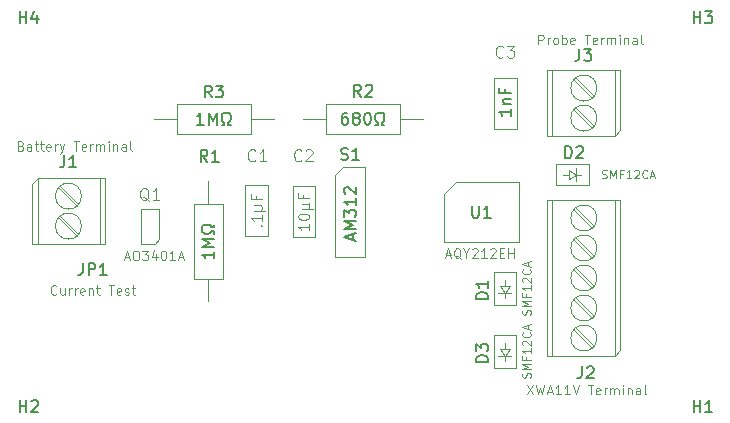
<source format=gbr>
%TF.GenerationSoftware,KiCad,Pcbnew,9.0.1+1*%
%TF.CreationDate,2026-01-02T04:54:49+00:00*%
%TF.ProjectId,WALKIN_PIR_IF,57414c4b-494e-45f5-9049-525f49462e6b,A*%
%TF.SameCoordinates,Original*%
%TF.FileFunction,AssemblyDrawing,Top*%
%FSLAX46Y46*%
G04 Gerber Fmt 4.6, Leading zero omitted, Abs format (unit mm)*
G04 Created by KiCad (PCBNEW 9.0.1+1) date 2026-01-02 04:54:49*
%MOMM*%
%LPD*%
G01*
G04 APERTURE LIST*
%ADD10C,0.100000*%
%ADD11C,0.150000*%
%ADD12C,0.112500*%
%ADD13C,0.125000*%
%ADD14C,0.087500*%
G04 APERTURE END LIST*
D10*
X168671427Y-112054895D02*
X169204761Y-112854895D01*
X169204761Y-112054895D02*
X168671427Y-112854895D01*
X169433332Y-112054895D02*
X169623808Y-112854895D01*
X169623808Y-112854895D02*
X169776189Y-112283466D01*
X169776189Y-112283466D02*
X169928570Y-112854895D01*
X169928570Y-112854895D02*
X170119047Y-112054895D01*
X170385713Y-112626323D02*
X170766666Y-112626323D01*
X170309523Y-112854895D02*
X170576190Y-112054895D01*
X170576190Y-112054895D02*
X170842856Y-112854895D01*
X171528570Y-112854895D02*
X171071427Y-112854895D01*
X171299999Y-112854895D02*
X171299999Y-112054895D01*
X171299999Y-112054895D02*
X171223808Y-112169180D01*
X171223808Y-112169180D02*
X171147618Y-112245371D01*
X171147618Y-112245371D02*
X171071427Y-112283466D01*
X172290475Y-112854895D02*
X171833332Y-112854895D01*
X172061904Y-112854895D02*
X172061904Y-112054895D01*
X172061904Y-112054895D02*
X171985713Y-112169180D01*
X171985713Y-112169180D02*
X171909523Y-112245371D01*
X171909523Y-112245371D02*
X171833332Y-112283466D01*
X172519047Y-112054895D02*
X172785714Y-112854895D01*
X172785714Y-112854895D02*
X173052380Y-112054895D01*
X173814285Y-112054895D02*
X174271428Y-112054895D01*
X174042856Y-112854895D02*
X174042856Y-112054895D01*
X174842857Y-112816800D02*
X174766666Y-112854895D01*
X174766666Y-112854895D02*
X174614285Y-112854895D01*
X174614285Y-112854895D02*
X174538095Y-112816800D01*
X174538095Y-112816800D02*
X174499999Y-112740609D01*
X174499999Y-112740609D02*
X174499999Y-112435847D01*
X174499999Y-112435847D02*
X174538095Y-112359657D01*
X174538095Y-112359657D02*
X174614285Y-112321561D01*
X174614285Y-112321561D02*
X174766666Y-112321561D01*
X174766666Y-112321561D02*
X174842857Y-112359657D01*
X174842857Y-112359657D02*
X174880952Y-112435847D01*
X174880952Y-112435847D02*
X174880952Y-112512038D01*
X174880952Y-112512038D02*
X174499999Y-112588228D01*
X175223809Y-112854895D02*
X175223809Y-112321561D01*
X175223809Y-112473942D02*
X175261904Y-112397752D01*
X175261904Y-112397752D02*
X175299999Y-112359657D01*
X175299999Y-112359657D02*
X175376190Y-112321561D01*
X175376190Y-112321561D02*
X175452380Y-112321561D01*
X175719047Y-112854895D02*
X175719047Y-112321561D01*
X175719047Y-112397752D02*
X175757142Y-112359657D01*
X175757142Y-112359657D02*
X175833332Y-112321561D01*
X175833332Y-112321561D02*
X175947618Y-112321561D01*
X175947618Y-112321561D02*
X176023809Y-112359657D01*
X176023809Y-112359657D02*
X176061904Y-112435847D01*
X176061904Y-112435847D02*
X176061904Y-112854895D01*
X176061904Y-112435847D02*
X176099999Y-112359657D01*
X176099999Y-112359657D02*
X176176190Y-112321561D01*
X176176190Y-112321561D02*
X176290475Y-112321561D01*
X176290475Y-112321561D02*
X176366666Y-112359657D01*
X176366666Y-112359657D02*
X176404761Y-112435847D01*
X176404761Y-112435847D02*
X176404761Y-112854895D01*
X176785714Y-112854895D02*
X176785714Y-112321561D01*
X176785714Y-112054895D02*
X176747618Y-112092990D01*
X176747618Y-112092990D02*
X176785714Y-112131085D01*
X176785714Y-112131085D02*
X176823809Y-112092990D01*
X176823809Y-112092990D02*
X176785714Y-112054895D01*
X176785714Y-112054895D02*
X176785714Y-112131085D01*
X177166666Y-112321561D02*
X177166666Y-112854895D01*
X177166666Y-112397752D02*
X177204761Y-112359657D01*
X177204761Y-112359657D02*
X177280951Y-112321561D01*
X177280951Y-112321561D02*
X177395237Y-112321561D01*
X177395237Y-112321561D02*
X177471428Y-112359657D01*
X177471428Y-112359657D02*
X177509523Y-112435847D01*
X177509523Y-112435847D02*
X177509523Y-112854895D01*
X178233333Y-112854895D02*
X178233333Y-112435847D01*
X178233333Y-112435847D02*
X178195238Y-112359657D01*
X178195238Y-112359657D02*
X178119047Y-112321561D01*
X178119047Y-112321561D02*
X177966666Y-112321561D01*
X177966666Y-112321561D02*
X177890476Y-112359657D01*
X178233333Y-112816800D02*
X178157142Y-112854895D01*
X178157142Y-112854895D02*
X177966666Y-112854895D01*
X177966666Y-112854895D02*
X177890476Y-112816800D01*
X177890476Y-112816800D02*
X177852380Y-112740609D01*
X177852380Y-112740609D02*
X177852380Y-112664419D01*
X177852380Y-112664419D02*
X177890476Y-112588228D01*
X177890476Y-112588228D02*
X177966666Y-112550133D01*
X177966666Y-112550133D02*
X178157142Y-112550133D01*
X178157142Y-112550133D02*
X178233333Y-112512038D01*
X178728571Y-112854895D02*
X178652381Y-112816800D01*
X178652381Y-112816800D02*
X178614286Y-112740609D01*
X178614286Y-112740609D02*
X178614286Y-112054895D01*
D11*
X173306666Y-110484819D02*
X173306666Y-111199104D01*
X173306666Y-111199104D02*
X173259047Y-111341961D01*
X173259047Y-111341961D02*
X173163809Y-111437200D01*
X173163809Y-111437200D02*
X173020952Y-111484819D01*
X173020952Y-111484819D02*
X172925714Y-111484819D01*
X173735238Y-110580057D02*
X173782857Y-110532438D01*
X173782857Y-110532438D02*
X173878095Y-110484819D01*
X173878095Y-110484819D02*
X174116190Y-110484819D01*
X174116190Y-110484819D02*
X174211428Y-110532438D01*
X174211428Y-110532438D02*
X174259047Y-110580057D01*
X174259047Y-110580057D02*
X174306666Y-110675295D01*
X174306666Y-110675295D02*
X174306666Y-110770533D01*
X174306666Y-110770533D02*
X174259047Y-110913390D01*
X174259047Y-110913390D02*
X173687619Y-111484819D01*
X173687619Y-111484819D02*
X174306666Y-111484819D01*
D12*
X146094792Y-98566815D02*
X146137650Y-98523958D01*
X146137650Y-98523958D02*
X146180507Y-98566815D01*
X146180507Y-98566815D02*
X146137650Y-98609672D01*
X146137650Y-98609672D02*
X146094792Y-98566815D01*
X146094792Y-98566815D02*
X146180507Y-98566815D01*
X146180507Y-97666815D02*
X146180507Y-98181101D01*
X146180507Y-97923958D02*
X145280507Y-97923958D01*
X145280507Y-97923958D02*
X145409078Y-98009672D01*
X145409078Y-98009672D02*
X145494792Y-98095387D01*
X145494792Y-98095387D02*
X145537650Y-98181101D01*
X145580507Y-97281101D02*
X146480507Y-97281101D01*
X146051935Y-96852529D02*
X146137650Y-96809672D01*
X146137650Y-96809672D02*
X146180507Y-96723958D01*
X146051935Y-97281101D02*
X146137650Y-97238244D01*
X146137650Y-97238244D02*
X146180507Y-97152529D01*
X146180507Y-97152529D02*
X146180507Y-96981101D01*
X146180507Y-96981101D02*
X146137650Y-96895387D01*
X146137650Y-96895387D02*
X146051935Y-96852529D01*
X146051935Y-96852529D02*
X145580507Y-96852529D01*
X145709078Y-96038244D02*
X145709078Y-96338244D01*
X146180507Y-96338244D02*
X145280507Y-96338244D01*
X145280507Y-96338244D02*
X145280507Y-95909672D01*
D13*
X145643333Y-93010880D02*
X145595714Y-93058500D01*
X145595714Y-93058500D02*
X145452857Y-93106119D01*
X145452857Y-93106119D02*
X145357619Y-93106119D01*
X145357619Y-93106119D02*
X145214762Y-93058500D01*
X145214762Y-93058500D02*
X145119524Y-92963261D01*
X145119524Y-92963261D02*
X145071905Y-92868023D01*
X145071905Y-92868023D02*
X145024286Y-92677547D01*
X145024286Y-92677547D02*
X145024286Y-92534690D01*
X145024286Y-92534690D02*
X145071905Y-92344214D01*
X145071905Y-92344214D02*
X145119524Y-92248976D01*
X145119524Y-92248976D02*
X145214762Y-92153738D01*
X145214762Y-92153738D02*
X145357619Y-92106119D01*
X145357619Y-92106119D02*
X145452857Y-92106119D01*
X145452857Y-92106119D02*
X145595714Y-92153738D01*
X145595714Y-92153738D02*
X145643333Y-92201357D01*
X146595714Y-93106119D02*
X146024286Y-93106119D01*
X146310000Y-93106119D02*
X146310000Y-92106119D01*
X146310000Y-92106119D02*
X146214762Y-92248976D01*
X146214762Y-92248976D02*
X146119524Y-92344214D01*
X146119524Y-92344214D02*
X146024286Y-92391833D01*
D12*
X150200507Y-98409672D02*
X150200507Y-98923958D01*
X150200507Y-98666815D02*
X149300507Y-98666815D01*
X149300507Y-98666815D02*
X149429078Y-98752529D01*
X149429078Y-98752529D02*
X149514792Y-98838244D01*
X149514792Y-98838244D02*
X149557650Y-98923958D01*
X149300507Y-97852529D02*
X149300507Y-97766815D01*
X149300507Y-97766815D02*
X149343364Y-97681101D01*
X149343364Y-97681101D02*
X149386221Y-97638244D01*
X149386221Y-97638244D02*
X149471935Y-97595386D01*
X149471935Y-97595386D02*
X149643364Y-97552529D01*
X149643364Y-97552529D02*
X149857650Y-97552529D01*
X149857650Y-97552529D02*
X150029078Y-97595386D01*
X150029078Y-97595386D02*
X150114792Y-97638244D01*
X150114792Y-97638244D02*
X150157650Y-97681101D01*
X150157650Y-97681101D02*
X150200507Y-97766815D01*
X150200507Y-97766815D02*
X150200507Y-97852529D01*
X150200507Y-97852529D02*
X150157650Y-97938244D01*
X150157650Y-97938244D02*
X150114792Y-97981101D01*
X150114792Y-97981101D02*
X150029078Y-98023958D01*
X150029078Y-98023958D02*
X149857650Y-98066815D01*
X149857650Y-98066815D02*
X149643364Y-98066815D01*
X149643364Y-98066815D02*
X149471935Y-98023958D01*
X149471935Y-98023958D02*
X149386221Y-97981101D01*
X149386221Y-97981101D02*
X149343364Y-97938244D01*
X149343364Y-97938244D02*
X149300507Y-97852529D01*
X149600507Y-97166815D02*
X150500507Y-97166815D01*
X150071935Y-96738243D02*
X150157650Y-96695386D01*
X150157650Y-96695386D02*
X150200507Y-96609672D01*
X150071935Y-97166815D02*
X150157650Y-97123958D01*
X150157650Y-97123958D02*
X150200507Y-97038243D01*
X150200507Y-97038243D02*
X150200507Y-96866815D01*
X150200507Y-96866815D02*
X150157650Y-96781101D01*
X150157650Y-96781101D02*
X150071935Y-96738243D01*
X150071935Y-96738243D02*
X149600507Y-96738243D01*
X149729078Y-95923958D02*
X149729078Y-96223958D01*
X150200507Y-96223958D02*
X149300507Y-96223958D01*
X149300507Y-96223958D02*
X149300507Y-95795386D01*
D13*
X149543333Y-93010880D02*
X149495714Y-93058500D01*
X149495714Y-93058500D02*
X149352857Y-93106119D01*
X149352857Y-93106119D02*
X149257619Y-93106119D01*
X149257619Y-93106119D02*
X149114762Y-93058500D01*
X149114762Y-93058500D02*
X149019524Y-92963261D01*
X149019524Y-92963261D02*
X148971905Y-92868023D01*
X148971905Y-92868023D02*
X148924286Y-92677547D01*
X148924286Y-92677547D02*
X148924286Y-92534690D01*
X148924286Y-92534690D02*
X148971905Y-92344214D01*
X148971905Y-92344214D02*
X149019524Y-92248976D01*
X149019524Y-92248976D02*
X149114762Y-92153738D01*
X149114762Y-92153738D02*
X149257619Y-92106119D01*
X149257619Y-92106119D02*
X149352857Y-92106119D01*
X149352857Y-92106119D02*
X149495714Y-92153738D01*
X149495714Y-92153738D02*
X149543333Y-92201357D01*
X149924286Y-92201357D02*
X149971905Y-92153738D01*
X149971905Y-92153738D02*
X150067143Y-92106119D01*
X150067143Y-92106119D02*
X150305238Y-92106119D01*
X150305238Y-92106119D02*
X150400476Y-92153738D01*
X150400476Y-92153738D02*
X150448095Y-92201357D01*
X150448095Y-92201357D02*
X150495714Y-92296595D01*
X150495714Y-92296595D02*
X150495714Y-92391833D01*
X150495714Y-92391833D02*
X150448095Y-92534690D01*
X150448095Y-92534690D02*
X149876667Y-93106119D01*
X149876667Y-93106119D02*
X150495714Y-93106119D01*
D10*
X161803809Y-101056323D02*
X162184762Y-101056323D01*
X161727619Y-101284895D02*
X161994286Y-100484895D01*
X161994286Y-100484895D02*
X162260952Y-101284895D01*
X163060952Y-101361085D02*
X162984762Y-101322990D01*
X162984762Y-101322990D02*
X162908571Y-101246800D01*
X162908571Y-101246800D02*
X162794285Y-101132514D01*
X162794285Y-101132514D02*
X162718095Y-101094419D01*
X162718095Y-101094419D02*
X162641904Y-101094419D01*
X162680000Y-101284895D02*
X162603809Y-101246800D01*
X162603809Y-101246800D02*
X162527619Y-101170609D01*
X162527619Y-101170609D02*
X162489523Y-101018228D01*
X162489523Y-101018228D02*
X162489523Y-100751561D01*
X162489523Y-100751561D02*
X162527619Y-100599180D01*
X162527619Y-100599180D02*
X162603809Y-100522990D01*
X162603809Y-100522990D02*
X162680000Y-100484895D01*
X162680000Y-100484895D02*
X162832381Y-100484895D01*
X162832381Y-100484895D02*
X162908571Y-100522990D01*
X162908571Y-100522990D02*
X162984762Y-100599180D01*
X162984762Y-100599180D02*
X163022857Y-100751561D01*
X163022857Y-100751561D02*
X163022857Y-101018228D01*
X163022857Y-101018228D02*
X162984762Y-101170609D01*
X162984762Y-101170609D02*
X162908571Y-101246800D01*
X162908571Y-101246800D02*
X162832381Y-101284895D01*
X162832381Y-101284895D02*
X162680000Y-101284895D01*
X163518095Y-100903942D02*
X163518095Y-101284895D01*
X163251428Y-100484895D02*
X163518095Y-100903942D01*
X163518095Y-100903942D02*
X163784761Y-100484895D01*
X164013332Y-100561085D02*
X164051428Y-100522990D01*
X164051428Y-100522990D02*
X164127618Y-100484895D01*
X164127618Y-100484895D02*
X164318094Y-100484895D01*
X164318094Y-100484895D02*
X164394285Y-100522990D01*
X164394285Y-100522990D02*
X164432380Y-100561085D01*
X164432380Y-100561085D02*
X164470475Y-100637276D01*
X164470475Y-100637276D02*
X164470475Y-100713466D01*
X164470475Y-100713466D02*
X164432380Y-100827752D01*
X164432380Y-100827752D02*
X163975237Y-101284895D01*
X163975237Y-101284895D02*
X164470475Y-101284895D01*
X165232380Y-101284895D02*
X164775237Y-101284895D01*
X165003809Y-101284895D02*
X165003809Y-100484895D01*
X165003809Y-100484895D02*
X164927618Y-100599180D01*
X164927618Y-100599180D02*
X164851428Y-100675371D01*
X164851428Y-100675371D02*
X164775237Y-100713466D01*
X165537142Y-100561085D02*
X165575238Y-100522990D01*
X165575238Y-100522990D02*
X165651428Y-100484895D01*
X165651428Y-100484895D02*
X165841904Y-100484895D01*
X165841904Y-100484895D02*
X165918095Y-100522990D01*
X165918095Y-100522990D02*
X165956190Y-100561085D01*
X165956190Y-100561085D02*
X165994285Y-100637276D01*
X165994285Y-100637276D02*
X165994285Y-100713466D01*
X165994285Y-100713466D02*
X165956190Y-100827752D01*
X165956190Y-100827752D02*
X165499047Y-101284895D01*
X165499047Y-101284895D02*
X165994285Y-101284895D01*
X166337143Y-100865847D02*
X166603809Y-100865847D01*
X166718095Y-101284895D02*
X166337143Y-101284895D01*
X166337143Y-101284895D02*
X166337143Y-100484895D01*
X166337143Y-100484895D02*
X166718095Y-100484895D01*
X167060953Y-101284895D02*
X167060953Y-100484895D01*
X167060953Y-100865847D02*
X167518096Y-100865847D01*
X167518096Y-101284895D02*
X167518096Y-100484895D01*
D11*
X164018095Y-96870920D02*
X164018095Y-97680443D01*
X164018095Y-97680443D02*
X164065714Y-97775681D01*
X164065714Y-97775681D02*
X164113333Y-97823301D01*
X164113333Y-97823301D02*
X164208571Y-97870920D01*
X164208571Y-97870920D02*
X164399047Y-97870920D01*
X164399047Y-97870920D02*
X164494285Y-97823301D01*
X164494285Y-97823301D02*
X164541904Y-97775681D01*
X164541904Y-97775681D02*
X164589523Y-97680443D01*
X164589523Y-97680443D02*
X164589523Y-96870920D01*
X165589523Y-97870920D02*
X165018095Y-97870920D01*
X165303809Y-97870920D02*
X165303809Y-96870920D01*
X165303809Y-96870920D02*
X165208571Y-97013777D01*
X165208571Y-97013777D02*
X165113333Y-97109015D01*
X165113333Y-97109015D02*
X165018095Y-97156634D01*
D10*
X134593809Y-101236323D02*
X134974762Y-101236323D01*
X134517619Y-101464895D02*
X134784286Y-100664895D01*
X134784286Y-100664895D02*
X135050952Y-101464895D01*
X135470000Y-100664895D02*
X135622381Y-100664895D01*
X135622381Y-100664895D02*
X135698571Y-100702990D01*
X135698571Y-100702990D02*
X135774762Y-100779180D01*
X135774762Y-100779180D02*
X135812857Y-100931561D01*
X135812857Y-100931561D02*
X135812857Y-101198228D01*
X135812857Y-101198228D02*
X135774762Y-101350609D01*
X135774762Y-101350609D02*
X135698571Y-101426800D01*
X135698571Y-101426800D02*
X135622381Y-101464895D01*
X135622381Y-101464895D02*
X135470000Y-101464895D01*
X135470000Y-101464895D02*
X135393809Y-101426800D01*
X135393809Y-101426800D02*
X135317619Y-101350609D01*
X135317619Y-101350609D02*
X135279523Y-101198228D01*
X135279523Y-101198228D02*
X135279523Y-100931561D01*
X135279523Y-100931561D02*
X135317619Y-100779180D01*
X135317619Y-100779180D02*
X135393809Y-100702990D01*
X135393809Y-100702990D02*
X135470000Y-100664895D01*
X136079523Y-100664895D02*
X136574761Y-100664895D01*
X136574761Y-100664895D02*
X136308095Y-100969657D01*
X136308095Y-100969657D02*
X136422380Y-100969657D01*
X136422380Y-100969657D02*
X136498571Y-101007752D01*
X136498571Y-101007752D02*
X136536666Y-101045847D01*
X136536666Y-101045847D02*
X136574761Y-101122038D01*
X136574761Y-101122038D02*
X136574761Y-101312514D01*
X136574761Y-101312514D02*
X136536666Y-101388704D01*
X136536666Y-101388704D02*
X136498571Y-101426800D01*
X136498571Y-101426800D02*
X136422380Y-101464895D01*
X136422380Y-101464895D02*
X136193809Y-101464895D01*
X136193809Y-101464895D02*
X136117618Y-101426800D01*
X136117618Y-101426800D02*
X136079523Y-101388704D01*
X137260476Y-100931561D02*
X137260476Y-101464895D01*
X137070000Y-100626800D02*
X136879523Y-101198228D01*
X136879523Y-101198228D02*
X137374762Y-101198228D01*
X137831905Y-100664895D02*
X137908095Y-100664895D01*
X137908095Y-100664895D02*
X137984286Y-100702990D01*
X137984286Y-100702990D02*
X138022381Y-100741085D01*
X138022381Y-100741085D02*
X138060476Y-100817276D01*
X138060476Y-100817276D02*
X138098571Y-100969657D01*
X138098571Y-100969657D02*
X138098571Y-101160133D01*
X138098571Y-101160133D02*
X138060476Y-101312514D01*
X138060476Y-101312514D02*
X138022381Y-101388704D01*
X138022381Y-101388704D02*
X137984286Y-101426800D01*
X137984286Y-101426800D02*
X137908095Y-101464895D01*
X137908095Y-101464895D02*
X137831905Y-101464895D01*
X137831905Y-101464895D02*
X137755714Y-101426800D01*
X137755714Y-101426800D02*
X137717619Y-101388704D01*
X137717619Y-101388704D02*
X137679524Y-101312514D01*
X137679524Y-101312514D02*
X137641428Y-101160133D01*
X137641428Y-101160133D02*
X137641428Y-100969657D01*
X137641428Y-100969657D02*
X137679524Y-100817276D01*
X137679524Y-100817276D02*
X137717619Y-100741085D01*
X137717619Y-100741085D02*
X137755714Y-100702990D01*
X137755714Y-100702990D02*
X137831905Y-100664895D01*
X138860476Y-101464895D02*
X138403333Y-101464895D01*
X138631905Y-101464895D02*
X138631905Y-100664895D01*
X138631905Y-100664895D02*
X138555714Y-100779180D01*
X138555714Y-100779180D02*
X138479524Y-100855371D01*
X138479524Y-100855371D02*
X138403333Y-100893466D01*
X139165238Y-101236323D02*
X139546191Y-101236323D01*
X139089048Y-101464895D02*
X139355715Y-100664895D01*
X139355715Y-100664895D02*
X139622381Y-101464895D01*
D13*
X136634761Y-96471357D02*
X136539523Y-96423738D01*
X136539523Y-96423738D02*
X136444285Y-96328500D01*
X136444285Y-96328500D02*
X136301428Y-96185642D01*
X136301428Y-96185642D02*
X136206190Y-96138023D01*
X136206190Y-96138023D02*
X136110952Y-96138023D01*
X136158571Y-96376119D02*
X136063333Y-96328500D01*
X136063333Y-96328500D02*
X135968095Y-96233261D01*
X135968095Y-96233261D02*
X135920476Y-96042785D01*
X135920476Y-96042785D02*
X135920476Y-95709452D01*
X135920476Y-95709452D02*
X135968095Y-95518976D01*
X135968095Y-95518976D02*
X136063333Y-95423738D01*
X136063333Y-95423738D02*
X136158571Y-95376119D01*
X136158571Y-95376119D02*
X136349047Y-95376119D01*
X136349047Y-95376119D02*
X136444285Y-95423738D01*
X136444285Y-95423738D02*
X136539523Y-95518976D01*
X136539523Y-95518976D02*
X136587142Y-95709452D01*
X136587142Y-95709452D02*
X136587142Y-96042785D01*
X136587142Y-96042785D02*
X136539523Y-96233261D01*
X136539523Y-96233261D02*
X136444285Y-96328500D01*
X136444285Y-96328500D02*
X136349047Y-96376119D01*
X136349047Y-96376119D02*
X136158571Y-96376119D01*
X137539523Y-96376119D02*
X136968095Y-96376119D01*
X137253809Y-96376119D02*
X137253809Y-95376119D01*
X137253809Y-95376119D02*
X137158571Y-95518976D01*
X137158571Y-95518976D02*
X137063333Y-95614214D01*
X137063333Y-95614214D02*
X136968095Y-95661833D01*
D14*
X168925950Y-111426666D02*
X168959283Y-111326666D01*
X168959283Y-111326666D02*
X168959283Y-111160000D01*
X168959283Y-111160000D02*
X168925950Y-111093333D01*
X168925950Y-111093333D02*
X168892616Y-111060000D01*
X168892616Y-111060000D02*
X168825950Y-111026666D01*
X168825950Y-111026666D02*
X168759283Y-111026666D01*
X168759283Y-111026666D02*
X168692616Y-111060000D01*
X168692616Y-111060000D02*
X168659283Y-111093333D01*
X168659283Y-111093333D02*
X168625950Y-111160000D01*
X168625950Y-111160000D02*
X168592616Y-111293333D01*
X168592616Y-111293333D02*
X168559283Y-111360000D01*
X168559283Y-111360000D02*
X168525950Y-111393333D01*
X168525950Y-111393333D02*
X168459283Y-111426666D01*
X168459283Y-111426666D02*
X168392616Y-111426666D01*
X168392616Y-111426666D02*
X168325950Y-111393333D01*
X168325950Y-111393333D02*
X168292616Y-111360000D01*
X168292616Y-111360000D02*
X168259283Y-111293333D01*
X168259283Y-111293333D02*
X168259283Y-111126666D01*
X168259283Y-111126666D02*
X168292616Y-111026666D01*
X168959283Y-110726666D02*
X168259283Y-110726666D01*
X168259283Y-110726666D02*
X168759283Y-110493333D01*
X168759283Y-110493333D02*
X168259283Y-110259999D01*
X168259283Y-110259999D02*
X168959283Y-110259999D01*
X168592616Y-109693333D02*
X168592616Y-109926666D01*
X168959283Y-109926666D02*
X168259283Y-109926666D01*
X168259283Y-109926666D02*
X168259283Y-109593333D01*
X168959283Y-108959999D02*
X168959283Y-109359999D01*
X168959283Y-109159999D02*
X168259283Y-109159999D01*
X168259283Y-109159999D02*
X168359283Y-109226666D01*
X168359283Y-109226666D02*
X168425950Y-109293333D01*
X168425950Y-109293333D02*
X168459283Y-109359999D01*
X168325950Y-108693332D02*
X168292616Y-108659999D01*
X168292616Y-108659999D02*
X168259283Y-108593332D01*
X168259283Y-108593332D02*
X168259283Y-108426666D01*
X168259283Y-108426666D02*
X168292616Y-108359999D01*
X168292616Y-108359999D02*
X168325950Y-108326666D01*
X168325950Y-108326666D02*
X168392616Y-108293332D01*
X168392616Y-108293332D02*
X168459283Y-108293332D01*
X168459283Y-108293332D02*
X168559283Y-108326666D01*
X168559283Y-108326666D02*
X168959283Y-108726666D01*
X168959283Y-108726666D02*
X168959283Y-108293332D01*
X168892616Y-107593332D02*
X168925950Y-107626665D01*
X168925950Y-107626665D02*
X168959283Y-107726665D01*
X168959283Y-107726665D02*
X168959283Y-107793332D01*
X168959283Y-107793332D02*
X168925950Y-107893332D01*
X168925950Y-107893332D02*
X168859283Y-107959999D01*
X168859283Y-107959999D02*
X168792616Y-107993332D01*
X168792616Y-107993332D02*
X168659283Y-108026665D01*
X168659283Y-108026665D02*
X168559283Y-108026665D01*
X168559283Y-108026665D02*
X168425950Y-107993332D01*
X168425950Y-107993332D02*
X168359283Y-107959999D01*
X168359283Y-107959999D02*
X168292616Y-107893332D01*
X168292616Y-107893332D02*
X168259283Y-107793332D01*
X168259283Y-107793332D02*
X168259283Y-107726665D01*
X168259283Y-107726665D02*
X168292616Y-107626665D01*
X168292616Y-107626665D02*
X168325950Y-107593332D01*
X168759283Y-107326665D02*
X168759283Y-106993332D01*
X168959283Y-107393332D02*
X168259283Y-107159999D01*
X168259283Y-107159999D02*
X168959283Y-106926665D01*
D11*
X165339819Y-110096195D02*
X164339819Y-110096195D01*
X164339819Y-110096195D02*
X164339819Y-109858100D01*
X164339819Y-109858100D02*
X164387438Y-109715243D01*
X164387438Y-109715243D02*
X164482676Y-109620005D01*
X164482676Y-109620005D02*
X164577914Y-109572386D01*
X164577914Y-109572386D02*
X164768390Y-109524767D01*
X164768390Y-109524767D02*
X164911247Y-109524767D01*
X164911247Y-109524767D02*
X165101723Y-109572386D01*
X165101723Y-109572386D02*
X165196961Y-109620005D01*
X165196961Y-109620005D02*
X165292200Y-109715243D01*
X165292200Y-109715243D02*
X165339819Y-109858100D01*
X165339819Y-109858100D02*
X165339819Y-110096195D01*
X164339819Y-109191433D02*
X164339819Y-108572386D01*
X164339819Y-108572386D02*
X164720771Y-108905719D01*
X164720771Y-108905719D02*
X164720771Y-108762862D01*
X164720771Y-108762862D02*
X164768390Y-108667624D01*
X164768390Y-108667624D02*
X164816009Y-108620005D01*
X164816009Y-108620005D02*
X164911247Y-108572386D01*
X164911247Y-108572386D02*
X165149342Y-108572386D01*
X165149342Y-108572386D02*
X165244580Y-108620005D01*
X165244580Y-108620005D02*
X165292200Y-108667624D01*
X165292200Y-108667624D02*
X165339819Y-108762862D01*
X165339819Y-108762862D02*
X165339819Y-109048576D01*
X165339819Y-109048576D02*
X165292200Y-109143814D01*
X165292200Y-109143814D02*
X165244580Y-109191433D01*
X153436666Y-89005920D02*
X153246190Y-89005920D01*
X153246190Y-89005920D02*
X153150952Y-89053539D01*
X153150952Y-89053539D02*
X153103333Y-89101158D01*
X153103333Y-89101158D02*
X153008095Y-89244015D01*
X153008095Y-89244015D02*
X152960476Y-89434491D01*
X152960476Y-89434491D02*
X152960476Y-89815443D01*
X152960476Y-89815443D02*
X153008095Y-89910681D01*
X153008095Y-89910681D02*
X153055714Y-89958301D01*
X153055714Y-89958301D02*
X153150952Y-90005920D01*
X153150952Y-90005920D02*
X153341428Y-90005920D01*
X153341428Y-90005920D02*
X153436666Y-89958301D01*
X153436666Y-89958301D02*
X153484285Y-89910681D01*
X153484285Y-89910681D02*
X153531904Y-89815443D01*
X153531904Y-89815443D02*
X153531904Y-89577348D01*
X153531904Y-89577348D02*
X153484285Y-89482110D01*
X153484285Y-89482110D02*
X153436666Y-89434491D01*
X153436666Y-89434491D02*
X153341428Y-89386872D01*
X153341428Y-89386872D02*
X153150952Y-89386872D01*
X153150952Y-89386872D02*
X153055714Y-89434491D01*
X153055714Y-89434491D02*
X153008095Y-89482110D01*
X153008095Y-89482110D02*
X152960476Y-89577348D01*
X154103333Y-89434491D02*
X154008095Y-89386872D01*
X154008095Y-89386872D02*
X153960476Y-89339253D01*
X153960476Y-89339253D02*
X153912857Y-89244015D01*
X153912857Y-89244015D02*
X153912857Y-89196396D01*
X153912857Y-89196396D02*
X153960476Y-89101158D01*
X153960476Y-89101158D02*
X154008095Y-89053539D01*
X154008095Y-89053539D02*
X154103333Y-89005920D01*
X154103333Y-89005920D02*
X154293809Y-89005920D01*
X154293809Y-89005920D02*
X154389047Y-89053539D01*
X154389047Y-89053539D02*
X154436666Y-89101158D01*
X154436666Y-89101158D02*
X154484285Y-89196396D01*
X154484285Y-89196396D02*
X154484285Y-89244015D01*
X154484285Y-89244015D02*
X154436666Y-89339253D01*
X154436666Y-89339253D02*
X154389047Y-89386872D01*
X154389047Y-89386872D02*
X154293809Y-89434491D01*
X154293809Y-89434491D02*
X154103333Y-89434491D01*
X154103333Y-89434491D02*
X154008095Y-89482110D01*
X154008095Y-89482110D02*
X153960476Y-89529729D01*
X153960476Y-89529729D02*
X153912857Y-89624967D01*
X153912857Y-89624967D02*
X153912857Y-89815443D01*
X153912857Y-89815443D02*
X153960476Y-89910681D01*
X153960476Y-89910681D02*
X154008095Y-89958301D01*
X154008095Y-89958301D02*
X154103333Y-90005920D01*
X154103333Y-90005920D02*
X154293809Y-90005920D01*
X154293809Y-90005920D02*
X154389047Y-89958301D01*
X154389047Y-89958301D02*
X154436666Y-89910681D01*
X154436666Y-89910681D02*
X154484285Y-89815443D01*
X154484285Y-89815443D02*
X154484285Y-89624967D01*
X154484285Y-89624967D02*
X154436666Y-89529729D01*
X154436666Y-89529729D02*
X154389047Y-89482110D01*
X154389047Y-89482110D02*
X154293809Y-89434491D01*
X155103333Y-89005920D02*
X155198571Y-89005920D01*
X155198571Y-89005920D02*
X155293809Y-89053539D01*
X155293809Y-89053539D02*
X155341428Y-89101158D01*
X155341428Y-89101158D02*
X155389047Y-89196396D01*
X155389047Y-89196396D02*
X155436666Y-89386872D01*
X155436666Y-89386872D02*
X155436666Y-89624967D01*
X155436666Y-89624967D02*
X155389047Y-89815443D01*
X155389047Y-89815443D02*
X155341428Y-89910681D01*
X155341428Y-89910681D02*
X155293809Y-89958301D01*
X155293809Y-89958301D02*
X155198571Y-90005920D01*
X155198571Y-90005920D02*
X155103333Y-90005920D01*
X155103333Y-90005920D02*
X155008095Y-89958301D01*
X155008095Y-89958301D02*
X154960476Y-89910681D01*
X154960476Y-89910681D02*
X154912857Y-89815443D01*
X154912857Y-89815443D02*
X154865238Y-89624967D01*
X154865238Y-89624967D02*
X154865238Y-89386872D01*
X154865238Y-89386872D02*
X154912857Y-89196396D01*
X154912857Y-89196396D02*
X154960476Y-89101158D01*
X154960476Y-89101158D02*
X155008095Y-89053539D01*
X155008095Y-89053539D02*
X155103333Y-89005920D01*
X155817619Y-90005920D02*
X156055714Y-90005920D01*
X156055714Y-90005920D02*
X156055714Y-89815443D01*
X156055714Y-89815443D02*
X155960476Y-89767824D01*
X155960476Y-89767824D02*
X155865238Y-89672586D01*
X155865238Y-89672586D02*
X155817619Y-89529729D01*
X155817619Y-89529729D02*
X155817619Y-89291634D01*
X155817619Y-89291634D02*
X155865238Y-89148777D01*
X155865238Y-89148777D02*
X155960476Y-89053539D01*
X155960476Y-89053539D02*
X156103333Y-89005920D01*
X156103333Y-89005920D02*
X156293809Y-89005920D01*
X156293809Y-89005920D02*
X156436666Y-89053539D01*
X156436666Y-89053539D02*
X156531904Y-89148777D01*
X156531904Y-89148777D02*
X156579523Y-89291634D01*
X156579523Y-89291634D02*
X156579523Y-89529729D01*
X156579523Y-89529729D02*
X156531904Y-89672586D01*
X156531904Y-89672586D02*
X156436666Y-89767824D01*
X156436666Y-89767824D02*
X156341428Y-89815443D01*
X156341428Y-89815443D02*
X156341428Y-90005920D01*
X156341428Y-90005920D02*
X156579523Y-90005920D01*
X154603333Y-87634819D02*
X154270000Y-87158628D01*
X154031905Y-87634819D02*
X154031905Y-86634819D01*
X154031905Y-86634819D02*
X154412857Y-86634819D01*
X154412857Y-86634819D02*
X154508095Y-86682438D01*
X154508095Y-86682438D02*
X154555714Y-86730057D01*
X154555714Y-86730057D02*
X154603333Y-86825295D01*
X154603333Y-86825295D02*
X154603333Y-86968152D01*
X154603333Y-86968152D02*
X154555714Y-87063390D01*
X154555714Y-87063390D02*
X154508095Y-87111009D01*
X154508095Y-87111009D02*
X154412857Y-87158628D01*
X154412857Y-87158628D02*
X154031905Y-87158628D01*
X154984286Y-86730057D02*
X155031905Y-86682438D01*
X155031905Y-86682438D02*
X155127143Y-86634819D01*
X155127143Y-86634819D02*
X155365238Y-86634819D01*
X155365238Y-86634819D02*
X155460476Y-86682438D01*
X155460476Y-86682438D02*
X155508095Y-86730057D01*
X155508095Y-86730057D02*
X155555714Y-86825295D01*
X155555714Y-86825295D02*
X155555714Y-86920533D01*
X155555714Y-86920533D02*
X155508095Y-87063390D01*
X155508095Y-87063390D02*
X154936667Y-87634819D01*
X154936667Y-87634819D02*
X155555714Y-87634819D01*
D10*
X125825713Y-91785847D02*
X125939999Y-91823942D01*
X125939999Y-91823942D02*
X125978094Y-91862038D01*
X125978094Y-91862038D02*
X126016190Y-91938228D01*
X126016190Y-91938228D02*
X126016190Y-92052514D01*
X126016190Y-92052514D02*
X125978094Y-92128704D01*
X125978094Y-92128704D02*
X125939999Y-92166800D01*
X125939999Y-92166800D02*
X125863809Y-92204895D01*
X125863809Y-92204895D02*
X125559047Y-92204895D01*
X125559047Y-92204895D02*
X125559047Y-91404895D01*
X125559047Y-91404895D02*
X125825713Y-91404895D01*
X125825713Y-91404895D02*
X125901904Y-91442990D01*
X125901904Y-91442990D02*
X125939999Y-91481085D01*
X125939999Y-91481085D02*
X125978094Y-91557276D01*
X125978094Y-91557276D02*
X125978094Y-91633466D01*
X125978094Y-91633466D02*
X125939999Y-91709657D01*
X125939999Y-91709657D02*
X125901904Y-91747752D01*
X125901904Y-91747752D02*
X125825713Y-91785847D01*
X125825713Y-91785847D02*
X125559047Y-91785847D01*
X126701904Y-92204895D02*
X126701904Y-91785847D01*
X126701904Y-91785847D02*
X126663809Y-91709657D01*
X126663809Y-91709657D02*
X126587618Y-91671561D01*
X126587618Y-91671561D02*
X126435237Y-91671561D01*
X126435237Y-91671561D02*
X126359047Y-91709657D01*
X126701904Y-92166800D02*
X126625713Y-92204895D01*
X126625713Y-92204895D02*
X126435237Y-92204895D01*
X126435237Y-92204895D02*
X126359047Y-92166800D01*
X126359047Y-92166800D02*
X126320951Y-92090609D01*
X126320951Y-92090609D02*
X126320951Y-92014419D01*
X126320951Y-92014419D02*
X126359047Y-91938228D01*
X126359047Y-91938228D02*
X126435237Y-91900133D01*
X126435237Y-91900133D02*
X126625713Y-91900133D01*
X126625713Y-91900133D02*
X126701904Y-91862038D01*
X126968571Y-91671561D02*
X127273333Y-91671561D01*
X127082857Y-91404895D02*
X127082857Y-92090609D01*
X127082857Y-92090609D02*
X127120952Y-92166800D01*
X127120952Y-92166800D02*
X127197142Y-92204895D01*
X127197142Y-92204895D02*
X127273333Y-92204895D01*
X127425714Y-91671561D02*
X127730476Y-91671561D01*
X127540000Y-91404895D02*
X127540000Y-92090609D01*
X127540000Y-92090609D02*
X127578095Y-92166800D01*
X127578095Y-92166800D02*
X127654285Y-92204895D01*
X127654285Y-92204895D02*
X127730476Y-92204895D01*
X128301905Y-92166800D02*
X128225714Y-92204895D01*
X128225714Y-92204895D02*
X128073333Y-92204895D01*
X128073333Y-92204895D02*
X127997143Y-92166800D01*
X127997143Y-92166800D02*
X127959047Y-92090609D01*
X127959047Y-92090609D02*
X127959047Y-91785847D01*
X127959047Y-91785847D02*
X127997143Y-91709657D01*
X127997143Y-91709657D02*
X128073333Y-91671561D01*
X128073333Y-91671561D02*
X128225714Y-91671561D01*
X128225714Y-91671561D02*
X128301905Y-91709657D01*
X128301905Y-91709657D02*
X128340000Y-91785847D01*
X128340000Y-91785847D02*
X128340000Y-91862038D01*
X128340000Y-91862038D02*
X127959047Y-91938228D01*
X128682857Y-92204895D02*
X128682857Y-91671561D01*
X128682857Y-91823942D02*
X128720952Y-91747752D01*
X128720952Y-91747752D02*
X128759047Y-91709657D01*
X128759047Y-91709657D02*
X128835238Y-91671561D01*
X128835238Y-91671561D02*
X128911428Y-91671561D01*
X129101904Y-91671561D02*
X129292380Y-92204895D01*
X129482857Y-91671561D02*
X129292380Y-92204895D01*
X129292380Y-92204895D02*
X129216190Y-92395371D01*
X129216190Y-92395371D02*
X129178095Y-92433466D01*
X129178095Y-92433466D02*
X129101904Y-92471561D01*
X130282857Y-91404895D02*
X130740000Y-91404895D01*
X130511428Y-92204895D02*
X130511428Y-91404895D01*
X131311429Y-92166800D02*
X131235238Y-92204895D01*
X131235238Y-92204895D02*
X131082857Y-92204895D01*
X131082857Y-92204895D02*
X131006667Y-92166800D01*
X131006667Y-92166800D02*
X130968571Y-92090609D01*
X130968571Y-92090609D02*
X130968571Y-91785847D01*
X130968571Y-91785847D02*
X131006667Y-91709657D01*
X131006667Y-91709657D02*
X131082857Y-91671561D01*
X131082857Y-91671561D02*
X131235238Y-91671561D01*
X131235238Y-91671561D02*
X131311429Y-91709657D01*
X131311429Y-91709657D02*
X131349524Y-91785847D01*
X131349524Y-91785847D02*
X131349524Y-91862038D01*
X131349524Y-91862038D02*
X130968571Y-91938228D01*
X131692381Y-92204895D02*
X131692381Y-91671561D01*
X131692381Y-91823942D02*
X131730476Y-91747752D01*
X131730476Y-91747752D02*
X131768571Y-91709657D01*
X131768571Y-91709657D02*
X131844762Y-91671561D01*
X131844762Y-91671561D02*
X131920952Y-91671561D01*
X132187619Y-92204895D02*
X132187619Y-91671561D01*
X132187619Y-91747752D02*
X132225714Y-91709657D01*
X132225714Y-91709657D02*
X132301904Y-91671561D01*
X132301904Y-91671561D02*
X132416190Y-91671561D01*
X132416190Y-91671561D02*
X132492381Y-91709657D01*
X132492381Y-91709657D02*
X132530476Y-91785847D01*
X132530476Y-91785847D02*
X132530476Y-92204895D01*
X132530476Y-91785847D02*
X132568571Y-91709657D01*
X132568571Y-91709657D02*
X132644762Y-91671561D01*
X132644762Y-91671561D02*
X132759047Y-91671561D01*
X132759047Y-91671561D02*
X132835238Y-91709657D01*
X132835238Y-91709657D02*
X132873333Y-91785847D01*
X132873333Y-91785847D02*
X132873333Y-92204895D01*
X133254286Y-92204895D02*
X133254286Y-91671561D01*
X133254286Y-91404895D02*
X133216190Y-91442990D01*
X133216190Y-91442990D02*
X133254286Y-91481085D01*
X133254286Y-91481085D02*
X133292381Y-91442990D01*
X133292381Y-91442990D02*
X133254286Y-91404895D01*
X133254286Y-91404895D02*
X133254286Y-91481085D01*
X133635238Y-91671561D02*
X133635238Y-92204895D01*
X133635238Y-91747752D02*
X133673333Y-91709657D01*
X133673333Y-91709657D02*
X133749523Y-91671561D01*
X133749523Y-91671561D02*
X133863809Y-91671561D01*
X133863809Y-91671561D02*
X133940000Y-91709657D01*
X133940000Y-91709657D02*
X133978095Y-91785847D01*
X133978095Y-91785847D02*
X133978095Y-92204895D01*
X134701905Y-92204895D02*
X134701905Y-91785847D01*
X134701905Y-91785847D02*
X134663810Y-91709657D01*
X134663810Y-91709657D02*
X134587619Y-91671561D01*
X134587619Y-91671561D02*
X134435238Y-91671561D01*
X134435238Y-91671561D02*
X134359048Y-91709657D01*
X134701905Y-92166800D02*
X134625714Y-92204895D01*
X134625714Y-92204895D02*
X134435238Y-92204895D01*
X134435238Y-92204895D02*
X134359048Y-92166800D01*
X134359048Y-92166800D02*
X134320952Y-92090609D01*
X134320952Y-92090609D02*
X134320952Y-92014419D01*
X134320952Y-92014419D02*
X134359048Y-91938228D01*
X134359048Y-91938228D02*
X134435238Y-91900133D01*
X134435238Y-91900133D02*
X134625714Y-91900133D01*
X134625714Y-91900133D02*
X134701905Y-91862038D01*
X135197143Y-92204895D02*
X135120953Y-92166800D01*
X135120953Y-92166800D02*
X135082858Y-92090609D01*
X135082858Y-92090609D02*
X135082858Y-91404895D01*
D11*
X129486666Y-92604819D02*
X129486666Y-93319104D01*
X129486666Y-93319104D02*
X129439047Y-93461961D01*
X129439047Y-93461961D02*
X129343809Y-93557200D01*
X129343809Y-93557200D02*
X129200952Y-93604819D01*
X129200952Y-93604819D02*
X129105714Y-93604819D01*
X130486666Y-93604819D02*
X129915238Y-93604819D01*
X130200952Y-93604819D02*
X130200952Y-92604819D01*
X130200952Y-92604819D02*
X130105714Y-92747676D01*
X130105714Y-92747676D02*
X130010476Y-92842914D01*
X130010476Y-92842914D02*
X129915238Y-92890533D01*
D10*
X128812381Y-104328704D02*
X128774285Y-104366800D01*
X128774285Y-104366800D02*
X128660000Y-104404895D01*
X128660000Y-104404895D02*
X128583809Y-104404895D01*
X128583809Y-104404895D02*
X128469523Y-104366800D01*
X128469523Y-104366800D02*
X128393333Y-104290609D01*
X128393333Y-104290609D02*
X128355238Y-104214419D01*
X128355238Y-104214419D02*
X128317142Y-104062038D01*
X128317142Y-104062038D02*
X128317142Y-103947752D01*
X128317142Y-103947752D02*
X128355238Y-103795371D01*
X128355238Y-103795371D02*
X128393333Y-103719180D01*
X128393333Y-103719180D02*
X128469523Y-103642990D01*
X128469523Y-103642990D02*
X128583809Y-103604895D01*
X128583809Y-103604895D02*
X128660000Y-103604895D01*
X128660000Y-103604895D02*
X128774285Y-103642990D01*
X128774285Y-103642990D02*
X128812381Y-103681085D01*
X129498095Y-103871561D02*
X129498095Y-104404895D01*
X129155238Y-103871561D02*
X129155238Y-104290609D01*
X129155238Y-104290609D02*
X129193333Y-104366800D01*
X129193333Y-104366800D02*
X129269523Y-104404895D01*
X129269523Y-104404895D02*
X129383809Y-104404895D01*
X129383809Y-104404895D02*
X129460000Y-104366800D01*
X129460000Y-104366800D02*
X129498095Y-104328704D01*
X129879048Y-104404895D02*
X129879048Y-103871561D01*
X129879048Y-104023942D02*
X129917143Y-103947752D01*
X129917143Y-103947752D02*
X129955238Y-103909657D01*
X129955238Y-103909657D02*
X130031429Y-103871561D01*
X130031429Y-103871561D02*
X130107619Y-103871561D01*
X130374286Y-104404895D02*
X130374286Y-103871561D01*
X130374286Y-104023942D02*
X130412381Y-103947752D01*
X130412381Y-103947752D02*
X130450476Y-103909657D01*
X130450476Y-103909657D02*
X130526667Y-103871561D01*
X130526667Y-103871561D02*
X130602857Y-103871561D01*
X131174286Y-104366800D02*
X131098095Y-104404895D01*
X131098095Y-104404895D02*
X130945714Y-104404895D01*
X130945714Y-104404895D02*
X130869524Y-104366800D01*
X130869524Y-104366800D02*
X130831428Y-104290609D01*
X130831428Y-104290609D02*
X130831428Y-103985847D01*
X130831428Y-103985847D02*
X130869524Y-103909657D01*
X130869524Y-103909657D02*
X130945714Y-103871561D01*
X130945714Y-103871561D02*
X131098095Y-103871561D01*
X131098095Y-103871561D02*
X131174286Y-103909657D01*
X131174286Y-103909657D02*
X131212381Y-103985847D01*
X131212381Y-103985847D02*
X131212381Y-104062038D01*
X131212381Y-104062038D02*
X130831428Y-104138228D01*
X131555238Y-103871561D02*
X131555238Y-104404895D01*
X131555238Y-103947752D02*
X131593333Y-103909657D01*
X131593333Y-103909657D02*
X131669523Y-103871561D01*
X131669523Y-103871561D02*
X131783809Y-103871561D01*
X131783809Y-103871561D02*
X131860000Y-103909657D01*
X131860000Y-103909657D02*
X131898095Y-103985847D01*
X131898095Y-103985847D02*
X131898095Y-104404895D01*
X132164762Y-103871561D02*
X132469524Y-103871561D01*
X132279048Y-103604895D02*
X132279048Y-104290609D01*
X132279048Y-104290609D02*
X132317143Y-104366800D01*
X132317143Y-104366800D02*
X132393333Y-104404895D01*
X132393333Y-104404895D02*
X132469524Y-104404895D01*
X133231429Y-103604895D02*
X133688572Y-103604895D01*
X133460000Y-104404895D02*
X133460000Y-103604895D01*
X134260001Y-104366800D02*
X134183810Y-104404895D01*
X134183810Y-104404895D02*
X134031429Y-104404895D01*
X134031429Y-104404895D02*
X133955239Y-104366800D01*
X133955239Y-104366800D02*
X133917143Y-104290609D01*
X133917143Y-104290609D02*
X133917143Y-103985847D01*
X133917143Y-103985847D02*
X133955239Y-103909657D01*
X133955239Y-103909657D02*
X134031429Y-103871561D01*
X134031429Y-103871561D02*
X134183810Y-103871561D01*
X134183810Y-103871561D02*
X134260001Y-103909657D01*
X134260001Y-103909657D02*
X134298096Y-103985847D01*
X134298096Y-103985847D02*
X134298096Y-104062038D01*
X134298096Y-104062038D02*
X133917143Y-104138228D01*
X134602857Y-104366800D02*
X134679048Y-104404895D01*
X134679048Y-104404895D02*
X134831429Y-104404895D01*
X134831429Y-104404895D02*
X134907619Y-104366800D01*
X134907619Y-104366800D02*
X134945715Y-104290609D01*
X134945715Y-104290609D02*
X134945715Y-104252514D01*
X134945715Y-104252514D02*
X134907619Y-104176323D01*
X134907619Y-104176323D02*
X134831429Y-104138228D01*
X134831429Y-104138228D02*
X134717143Y-104138228D01*
X134717143Y-104138228D02*
X134640953Y-104100133D01*
X134640953Y-104100133D02*
X134602857Y-104023942D01*
X134602857Y-104023942D02*
X134602857Y-103985847D01*
X134602857Y-103985847D02*
X134640953Y-103909657D01*
X134640953Y-103909657D02*
X134717143Y-103871561D01*
X134717143Y-103871561D02*
X134831429Y-103871561D01*
X134831429Y-103871561D02*
X134907619Y-103909657D01*
X135174286Y-103871561D02*
X135479048Y-103871561D01*
X135288572Y-103604895D02*
X135288572Y-104290609D01*
X135288572Y-104290609D02*
X135326667Y-104366800D01*
X135326667Y-104366800D02*
X135402857Y-104404895D01*
X135402857Y-104404895D02*
X135479048Y-104404895D01*
D11*
X131056666Y-101734819D02*
X131056666Y-102449104D01*
X131056666Y-102449104D02*
X131009047Y-102591961D01*
X131009047Y-102591961D02*
X130913809Y-102687200D01*
X130913809Y-102687200D02*
X130770952Y-102734819D01*
X130770952Y-102734819D02*
X130675714Y-102734819D01*
X131532857Y-102734819D02*
X131532857Y-101734819D01*
X131532857Y-101734819D02*
X131913809Y-101734819D01*
X131913809Y-101734819D02*
X132009047Y-101782438D01*
X132009047Y-101782438D02*
X132056666Y-101830057D01*
X132056666Y-101830057D02*
X132104285Y-101925295D01*
X132104285Y-101925295D02*
X132104285Y-102068152D01*
X132104285Y-102068152D02*
X132056666Y-102163390D01*
X132056666Y-102163390D02*
X132009047Y-102211009D01*
X132009047Y-102211009D02*
X131913809Y-102258628D01*
X131913809Y-102258628D02*
X131532857Y-102258628D01*
X133056666Y-102734819D02*
X132485238Y-102734819D01*
X132770952Y-102734819D02*
X132770952Y-101734819D01*
X132770952Y-101734819D02*
X132675714Y-101877676D01*
X132675714Y-101877676D02*
X132580476Y-101972914D01*
X132580476Y-101972914D02*
X132485238Y-102020533D01*
D14*
X168925950Y-106086666D02*
X168959283Y-105986666D01*
X168959283Y-105986666D02*
X168959283Y-105820000D01*
X168959283Y-105820000D02*
X168925950Y-105753333D01*
X168925950Y-105753333D02*
X168892616Y-105720000D01*
X168892616Y-105720000D02*
X168825950Y-105686666D01*
X168825950Y-105686666D02*
X168759283Y-105686666D01*
X168759283Y-105686666D02*
X168692616Y-105720000D01*
X168692616Y-105720000D02*
X168659283Y-105753333D01*
X168659283Y-105753333D02*
X168625950Y-105820000D01*
X168625950Y-105820000D02*
X168592616Y-105953333D01*
X168592616Y-105953333D02*
X168559283Y-106020000D01*
X168559283Y-106020000D02*
X168525950Y-106053333D01*
X168525950Y-106053333D02*
X168459283Y-106086666D01*
X168459283Y-106086666D02*
X168392616Y-106086666D01*
X168392616Y-106086666D02*
X168325950Y-106053333D01*
X168325950Y-106053333D02*
X168292616Y-106020000D01*
X168292616Y-106020000D02*
X168259283Y-105953333D01*
X168259283Y-105953333D02*
X168259283Y-105786666D01*
X168259283Y-105786666D02*
X168292616Y-105686666D01*
X168959283Y-105386666D02*
X168259283Y-105386666D01*
X168259283Y-105386666D02*
X168759283Y-105153333D01*
X168759283Y-105153333D02*
X168259283Y-104919999D01*
X168259283Y-104919999D02*
X168959283Y-104919999D01*
X168592616Y-104353333D02*
X168592616Y-104586666D01*
X168959283Y-104586666D02*
X168259283Y-104586666D01*
X168259283Y-104586666D02*
X168259283Y-104253333D01*
X168959283Y-103619999D02*
X168959283Y-104019999D01*
X168959283Y-103819999D02*
X168259283Y-103819999D01*
X168259283Y-103819999D02*
X168359283Y-103886666D01*
X168359283Y-103886666D02*
X168425950Y-103953333D01*
X168425950Y-103953333D02*
X168459283Y-104019999D01*
X168325950Y-103353332D02*
X168292616Y-103319999D01*
X168292616Y-103319999D02*
X168259283Y-103253332D01*
X168259283Y-103253332D02*
X168259283Y-103086666D01*
X168259283Y-103086666D02*
X168292616Y-103019999D01*
X168292616Y-103019999D02*
X168325950Y-102986666D01*
X168325950Y-102986666D02*
X168392616Y-102953332D01*
X168392616Y-102953332D02*
X168459283Y-102953332D01*
X168459283Y-102953332D02*
X168559283Y-102986666D01*
X168559283Y-102986666D02*
X168959283Y-103386666D01*
X168959283Y-103386666D02*
X168959283Y-102953332D01*
X168892616Y-102253332D02*
X168925950Y-102286665D01*
X168925950Y-102286665D02*
X168959283Y-102386665D01*
X168959283Y-102386665D02*
X168959283Y-102453332D01*
X168959283Y-102453332D02*
X168925950Y-102553332D01*
X168925950Y-102553332D02*
X168859283Y-102619999D01*
X168859283Y-102619999D02*
X168792616Y-102653332D01*
X168792616Y-102653332D02*
X168659283Y-102686665D01*
X168659283Y-102686665D02*
X168559283Y-102686665D01*
X168559283Y-102686665D02*
X168425950Y-102653332D01*
X168425950Y-102653332D02*
X168359283Y-102619999D01*
X168359283Y-102619999D02*
X168292616Y-102553332D01*
X168292616Y-102553332D02*
X168259283Y-102453332D01*
X168259283Y-102453332D02*
X168259283Y-102386665D01*
X168259283Y-102386665D02*
X168292616Y-102286665D01*
X168292616Y-102286665D02*
X168325950Y-102253332D01*
X168759283Y-101986665D02*
X168759283Y-101653332D01*
X168959283Y-102053332D02*
X168259283Y-101819999D01*
X168259283Y-101819999D02*
X168959283Y-101586665D01*
D11*
X165339819Y-104759945D02*
X164339819Y-104759945D01*
X164339819Y-104759945D02*
X164339819Y-104521850D01*
X164339819Y-104521850D02*
X164387438Y-104378993D01*
X164387438Y-104378993D02*
X164482676Y-104283755D01*
X164482676Y-104283755D02*
X164577914Y-104236136D01*
X164577914Y-104236136D02*
X164768390Y-104188517D01*
X164768390Y-104188517D02*
X164911247Y-104188517D01*
X164911247Y-104188517D02*
X165101723Y-104236136D01*
X165101723Y-104236136D02*
X165196961Y-104283755D01*
X165196961Y-104283755D02*
X165292200Y-104378993D01*
X165292200Y-104378993D02*
X165339819Y-104521850D01*
X165339819Y-104521850D02*
X165339819Y-104759945D01*
X165339819Y-103236136D02*
X165339819Y-103807564D01*
X165339819Y-103521850D02*
X164339819Y-103521850D01*
X164339819Y-103521850D02*
X164482676Y-103617088D01*
X164482676Y-103617088D02*
X164577914Y-103712326D01*
X164577914Y-103712326D02*
X164625533Y-103807564D01*
X167294819Y-88675238D02*
X167294819Y-89246666D01*
X167294819Y-88960952D02*
X166294819Y-88960952D01*
X166294819Y-88960952D02*
X166437676Y-89056190D01*
X166437676Y-89056190D02*
X166532914Y-89151428D01*
X166532914Y-89151428D02*
X166580533Y-89246666D01*
X166628152Y-88246666D02*
X167294819Y-88246666D01*
X166723390Y-88246666D02*
X166675771Y-88199047D01*
X166675771Y-88199047D02*
X166628152Y-88103809D01*
X166628152Y-88103809D02*
X166628152Y-87960952D01*
X166628152Y-87960952D02*
X166675771Y-87865714D01*
X166675771Y-87865714D02*
X166771009Y-87818095D01*
X166771009Y-87818095D02*
X167294819Y-87818095D01*
X166771009Y-87008571D02*
X166771009Y-87341904D01*
X167294819Y-87341904D02*
X166294819Y-87341904D01*
X166294819Y-87341904D02*
X166294819Y-86865714D01*
D13*
X166623333Y-84230880D02*
X166575714Y-84278500D01*
X166575714Y-84278500D02*
X166432857Y-84326119D01*
X166432857Y-84326119D02*
X166337619Y-84326119D01*
X166337619Y-84326119D02*
X166194762Y-84278500D01*
X166194762Y-84278500D02*
X166099524Y-84183261D01*
X166099524Y-84183261D02*
X166051905Y-84088023D01*
X166051905Y-84088023D02*
X166004286Y-83897547D01*
X166004286Y-83897547D02*
X166004286Y-83754690D01*
X166004286Y-83754690D02*
X166051905Y-83564214D01*
X166051905Y-83564214D02*
X166099524Y-83468976D01*
X166099524Y-83468976D02*
X166194762Y-83373738D01*
X166194762Y-83373738D02*
X166337619Y-83326119D01*
X166337619Y-83326119D02*
X166432857Y-83326119D01*
X166432857Y-83326119D02*
X166575714Y-83373738D01*
X166575714Y-83373738D02*
X166623333Y-83421357D01*
X166956667Y-83326119D02*
X167575714Y-83326119D01*
X167575714Y-83326119D02*
X167242381Y-83707071D01*
X167242381Y-83707071D02*
X167385238Y-83707071D01*
X167385238Y-83707071D02*
X167480476Y-83754690D01*
X167480476Y-83754690D02*
X167528095Y-83802309D01*
X167528095Y-83802309D02*
X167575714Y-83897547D01*
X167575714Y-83897547D02*
X167575714Y-84135642D01*
X167575714Y-84135642D02*
X167528095Y-84230880D01*
X167528095Y-84230880D02*
X167480476Y-84278500D01*
X167480476Y-84278500D02*
X167385238Y-84326119D01*
X167385238Y-84326119D02*
X167099524Y-84326119D01*
X167099524Y-84326119D02*
X167004286Y-84278500D01*
X167004286Y-84278500D02*
X166956667Y-84230880D01*
D11*
X182763630Y-114340387D02*
X182763630Y-113340387D01*
X182763630Y-113816577D02*
X183335058Y-113816577D01*
X183335058Y-114340387D02*
X183335058Y-113340387D01*
X184335058Y-114340387D02*
X183763630Y-114340387D01*
X184049344Y-114340387D02*
X184049344Y-113340387D01*
X184049344Y-113340387D02*
X183954106Y-113483244D01*
X183954106Y-113483244D02*
X183858868Y-113578482D01*
X183858868Y-113578482D02*
X183763630Y-113626101D01*
X182763630Y-81411454D02*
X182763630Y-80411454D01*
X182763630Y-80887644D02*
X183335058Y-80887644D01*
X183335058Y-81411454D02*
X183335058Y-80411454D01*
X183716011Y-80411454D02*
X184335058Y-80411454D01*
X184335058Y-80411454D02*
X184001725Y-80792406D01*
X184001725Y-80792406D02*
X184144582Y-80792406D01*
X184144582Y-80792406D02*
X184239820Y-80840025D01*
X184239820Y-80840025D02*
X184287439Y-80887644D01*
X184287439Y-80887644D02*
X184335058Y-80982882D01*
X184335058Y-80982882D02*
X184335058Y-81220977D01*
X184335058Y-81220977D02*
X184287439Y-81316215D01*
X184287439Y-81316215D02*
X184239820Y-81363835D01*
X184239820Y-81363835D02*
X184144582Y-81411454D01*
X184144582Y-81411454D02*
X183858868Y-81411454D01*
X183858868Y-81411454D02*
X183763630Y-81363835D01*
X183763630Y-81363835D02*
X183716011Y-81316215D01*
X142124819Y-100758243D02*
X142124819Y-101329671D01*
X142124819Y-101043957D02*
X141124819Y-101043957D01*
X141124819Y-101043957D02*
X141267676Y-101139195D01*
X141267676Y-101139195D02*
X141362914Y-101234433D01*
X141362914Y-101234433D02*
X141410533Y-101329671D01*
X142124819Y-100329671D02*
X141124819Y-100329671D01*
X141124819Y-100329671D02*
X141839104Y-99996338D01*
X141839104Y-99996338D02*
X141124819Y-99663005D01*
X141124819Y-99663005D02*
X142124819Y-99663005D01*
X142124819Y-99234433D02*
X142124819Y-98996338D01*
X142124819Y-98996338D02*
X141934342Y-98996338D01*
X141934342Y-98996338D02*
X141886723Y-99091576D01*
X141886723Y-99091576D02*
X141791485Y-99186814D01*
X141791485Y-99186814D02*
X141648628Y-99234433D01*
X141648628Y-99234433D02*
X141410533Y-99234433D01*
X141410533Y-99234433D02*
X141267676Y-99186814D01*
X141267676Y-99186814D02*
X141172438Y-99091576D01*
X141172438Y-99091576D02*
X141124819Y-98948719D01*
X141124819Y-98948719D02*
X141124819Y-98758243D01*
X141124819Y-98758243D02*
X141172438Y-98615386D01*
X141172438Y-98615386D02*
X141267676Y-98520148D01*
X141267676Y-98520148D02*
X141410533Y-98472529D01*
X141410533Y-98472529D02*
X141648628Y-98472529D01*
X141648628Y-98472529D02*
X141791485Y-98520148D01*
X141791485Y-98520148D02*
X141886723Y-98615386D01*
X141886723Y-98615386D02*
X141934342Y-98710624D01*
X141934342Y-98710624D02*
X142124819Y-98710624D01*
X142124819Y-98710624D02*
X142124819Y-98472529D01*
X141593333Y-93144819D02*
X141260000Y-92668628D01*
X141021905Y-93144819D02*
X141021905Y-92144819D01*
X141021905Y-92144819D02*
X141402857Y-92144819D01*
X141402857Y-92144819D02*
X141498095Y-92192438D01*
X141498095Y-92192438D02*
X141545714Y-92240057D01*
X141545714Y-92240057D02*
X141593333Y-92335295D01*
X141593333Y-92335295D02*
X141593333Y-92478152D01*
X141593333Y-92478152D02*
X141545714Y-92573390D01*
X141545714Y-92573390D02*
X141498095Y-92621009D01*
X141498095Y-92621009D02*
X141402857Y-92668628D01*
X141402857Y-92668628D02*
X141021905Y-92668628D01*
X142545714Y-93144819D02*
X141974286Y-93144819D01*
X142260000Y-93144819D02*
X142260000Y-92144819D01*
X142260000Y-92144819D02*
X142164762Y-92287676D01*
X142164762Y-92287676D02*
X142069524Y-92382914D01*
X142069524Y-92382914D02*
X141974286Y-92430533D01*
D10*
X169609047Y-83195996D02*
X169609047Y-82395996D01*
X169609047Y-82395996D02*
X169913809Y-82395996D01*
X169913809Y-82395996D02*
X169989999Y-82434091D01*
X169989999Y-82434091D02*
X170028094Y-82472186D01*
X170028094Y-82472186D02*
X170066190Y-82548377D01*
X170066190Y-82548377D02*
X170066190Y-82662662D01*
X170066190Y-82662662D02*
X170028094Y-82738853D01*
X170028094Y-82738853D02*
X169989999Y-82776948D01*
X169989999Y-82776948D02*
X169913809Y-82815043D01*
X169913809Y-82815043D02*
X169609047Y-82815043D01*
X170409047Y-83195996D02*
X170409047Y-82662662D01*
X170409047Y-82815043D02*
X170447142Y-82738853D01*
X170447142Y-82738853D02*
X170485237Y-82700758D01*
X170485237Y-82700758D02*
X170561428Y-82662662D01*
X170561428Y-82662662D02*
X170637618Y-82662662D01*
X171018570Y-83195996D02*
X170942380Y-83157901D01*
X170942380Y-83157901D02*
X170904285Y-83119805D01*
X170904285Y-83119805D02*
X170866189Y-83043615D01*
X170866189Y-83043615D02*
X170866189Y-82815043D01*
X170866189Y-82815043D02*
X170904285Y-82738853D01*
X170904285Y-82738853D02*
X170942380Y-82700758D01*
X170942380Y-82700758D02*
X171018570Y-82662662D01*
X171018570Y-82662662D02*
X171132856Y-82662662D01*
X171132856Y-82662662D02*
X171209047Y-82700758D01*
X171209047Y-82700758D02*
X171247142Y-82738853D01*
X171247142Y-82738853D02*
X171285237Y-82815043D01*
X171285237Y-82815043D02*
X171285237Y-83043615D01*
X171285237Y-83043615D02*
X171247142Y-83119805D01*
X171247142Y-83119805D02*
X171209047Y-83157901D01*
X171209047Y-83157901D02*
X171132856Y-83195996D01*
X171132856Y-83195996D02*
X171018570Y-83195996D01*
X171628095Y-83195996D02*
X171628095Y-82395996D01*
X171628095Y-82700758D02*
X171704285Y-82662662D01*
X171704285Y-82662662D02*
X171856666Y-82662662D01*
X171856666Y-82662662D02*
X171932857Y-82700758D01*
X171932857Y-82700758D02*
X171970952Y-82738853D01*
X171970952Y-82738853D02*
X172009047Y-82815043D01*
X172009047Y-82815043D02*
X172009047Y-83043615D01*
X172009047Y-83043615D02*
X171970952Y-83119805D01*
X171970952Y-83119805D02*
X171932857Y-83157901D01*
X171932857Y-83157901D02*
X171856666Y-83195996D01*
X171856666Y-83195996D02*
X171704285Y-83195996D01*
X171704285Y-83195996D02*
X171628095Y-83157901D01*
X172656667Y-83157901D02*
X172580476Y-83195996D01*
X172580476Y-83195996D02*
X172428095Y-83195996D01*
X172428095Y-83195996D02*
X172351905Y-83157901D01*
X172351905Y-83157901D02*
X172313809Y-83081710D01*
X172313809Y-83081710D02*
X172313809Y-82776948D01*
X172313809Y-82776948D02*
X172351905Y-82700758D01*
X172351905Y-82700758D02*
X172428095Y-82662662D01*
X172428095Y-82662662D02*
X172580476Y-82662662D01*
X172580476Y-82662662D02*
X172656667Y-82700758D01*
X172656667Y-82700758D02*
X172694762Y-82776948D01*
X172694762Y-82776948D02*
X172694762Y-82853139D01*
X172694762Y-82853139D02*
X172313809Y-82929329D01*
X173532857Y-82395996D02*
X173990000Y-82395996D01*
X173761428Y-83195996D02*
X173761428Y-82395996D01*
X174561429Y-83157901D02*
X174485238Y-83195996D01*
X174485238Y-83195996D02*
X174332857Y-83195996D01*
X174332857Y-83195996D02*
X174256667Y-83157901D01*
X174256667Y-83157901D02*
X174218571Y-83081710D01*
X174218571Y-83081710D02*
X174218571Y-82776948D01*
X174218571Y-82776948D02*
X174256667Y-82700758D01*
X174256667Y-82700758D02*
X174332857Y-82662662D01*
X174332857Y-82662662D02*
X174485238Y-82662662D01*
X174485238Y-82662662D02*
X174561429Y-82700758D01*
X174561429Y-82700758D02*
X174599524Y-82776948D01*
X174599524Y-82776948D02*
X174599524Y-82853139D01*
X174599524Y-82853139D02*
X174218571Y-82929329D01*
X174942381Y-83195996D02*
X174942381Y-82662662D01*
X174942381Y-82815043D02*
X174980476Y-82738853D01*
X174980476Y-82738853D02*
X175018571Y-82700758D01*
X175018571Y-82700758D02*
X175094762Y-82662662D01*
X175094762Y-82662662D02*
X175170952Y-82662662D01*
X175437619Y-83195996D02*
X175437619Y-82662662D01*
X175437619Y-82738853D02*
X175475714Y-82700758D01*
X175475714Y-82700758D02*
X175551904Y-82662662D01*
X175551904Y-82662662D02*
X175666190Y-82662662D01*
X175666190Y-82662662D02*
X175742381Y-82700758D01*
X175742381Y-82700758D02*
X175780476Y-82776948D01*
X175780476Y-82776948D02*
X175780476Y-83195996D01*
X175780476Y-82776948D02*
X175818571Y-82700758D01*
X175818571Y-82700758D02*
X175894762Y-82662662D01*
X175894762Y-82662662D02*
X176009047Y-82662662D01*
X176009047Y-82662662D02*
X176085238Y-82700758D01*
X176085238Y-82700758D02*
X176123333Y-82776948D01*
X176123333Y-82776948D02*
X176123333Y-83195996D01*
X176504286Y-83195996D02*
X176504286Y-82662662D01*
X176504286Y-82395996D02*
X176466190Y-82434091D01*
X176466190Y-82434091D02*
X176504286Y-82472186D01*
X176504286Y-82472186D02*
X176542381Y-82434091D01*
X176542381Y-82434091D02*
X176504286Y-82395996D01*
X176504286Y-82395996D02*
X176504286Y-82472186D01*
X176885238Y-82662662D02*
X176885238Y-83195996D01*
X176885238Y-82738853D02*
X176923333Y-82700758D01*
X176923333Y-82700758D02*
X176999523Y-82662662D01*
X176999523Y-82662662D02*
X177113809Y-82662662D01*
X177113809Y-82662662D02*
X177190000Y-82700758D01*
X177190000Y-82700758D02*
X177228095Y-82776948D01*
X177228095Y-82776948D02*
X177228095Y-83195996D01*
X177951905Y-83195996D02*
X177951905Y-82776948D01*
X177951905Y-82776948D02*
X177913810Y-82700758D01*
X177913810Y-82700758D02*
X177837619Y-82662662D01*
X177837619Y-82662662D02*
X177685238Y-82662662D01*
X177685238Y-82662662D02*
X177609048Y-82700758D01*
X177951905Y-83157901D02*
X177875714Y-83195996D01*
X177875714Y-83195996D02*
X177685238Y-83195996D01*
X177685238Y-83195996D02*
X177609048Y-83157901D01*
X177609048Y-83157901D02*
X177570952Y-83081710D01*
X177570952Y-83081710D02*
X177570952Y-83005520D01*
X177570952Y-83005520D02*
X177609048Y-82929329D01*
X177609048Y-82929329D02*
X177685238Y-82891234D01*
X177685238Y-82891234D02*
X177875714Y-82891234D01*
X177875714Y-82891234D02*
X177951905Y-82853139D01*
X178447143Y-83195996D02*
X178370953Y-83157901D01*
X178370953Y-83157901D02*
X178332858Y-83081710D01*
X178332858Y-83081710D02*
X178332858Y-82395996D01*
D11*
X173086666Y-83594819D02*
X173086666Y-84309104D01*
X173086666Y-84309104D02*
X173039047Y-84451961D01*
X173039047Y-84451961D02*
X172943809Y-84547200D01*
X172943809Y-84547200D02*
X172800952Y-84594819D01*
X172800952Y-84594819D02*
X172705714Y-84594819D01*
X173467619Y-83594819D02*
X174086666Y-83594819D01*
X174086666Y-83594819D02*
X173753333Y-83975771D01*
X173753333Y-83975771D02*
X173896190Y-83975771D01*
X173896190Y-83975771D02*
X173991428Y-84023390D01*
X173991428Y-84023390D02*
X174039047Y-84071009D01*
X174039047Y-84071009D02*
X174086666Y-84166247D01*
X174086666Y-84166247D02*
X174086666Y-84404342D01*
X174086666Y-84404342D02*
X174039047Y-84499580D01*
X174039047Y-84499580D02*
X173991428Y-84547200D01*
X173991428Y-84547200D02*
X173896190Y-84594819D01*
X173896190Y-84594819D02*
X173610476Y-84594819D01*
X173610476Y-84594819D02*
X173515238Y-84547200D01*
X173515238Y-84547200D02*
X173467619Y-84499580D01*
X125693629Y-81411454D02*
X125693629Y-80411454D01*
X125693629Y-80887644D02*
X126265057Y-80887644D01*
X126265057Y-81411454D02*
X126265057Y-80411454D01*
X127169819Y-80744787D02*
X127169819Y-81411454D01*
X126931724Y-80363835D02*
X126693629Y-81078120D01*
X126693629Y-81078120D02*
X127312676Y-81078120D01*
X125693629Y-114340387D02*
X125693629Y-113340387D01*
X125693629Y-113816577D02*
X126265057Y-113816577D01*
X126265057Y-114340387D02*
X126265057Y-113340387D01*
X126693629Y-113435625D02*
X126741248Y-113388006D01*
X126741248Y-113388006D02*
X126836486Y-113340387D01*
X126836486Y-113340387D02*
X127074581Y-113340387D01*
X127074581Y-113340387D02*
X127169819Y-113388006D01*
X127169819Y-113388006D02*
X127217438Y-113435625D01*
X127217438Y-113435625D02*
X127265057Y-113530863D01*
X127265057Y-113530863D02*
X127265057Y-113626101D01*
X127265057Y-113626101D02*
X127217438Y-113768958D01*
X127217438Y-113768958D02*
X126646010Y-114340387D01*
X126646010Y-114340387D02*
X127265057Y-114340387D01*
X153889104Y-99768094D02*
X153889104Y-99291904D01*
X154174819Y-99863332D02*
X153174819Y-99529999D01*
X153174819Y-99529999D02*
X154174819Y-99196666D01*
X154174819Y-98863332D02*
X153174819Y-98863332D01*
X153174819Y-98863332D02*
X153889104Y-98529999D01*
X153889104Y-98529999D02*
X153174819Y-98196666D01*
X153174819Y-98196666D02*
X154174819Y-98196666D01*
X153174819Y-97815713D02*
X153174819Y-97196666D01*
X153174819Y-97196666D02*
X153555771Y-97529999D01*
X153555771Y-97529999D02*
X153555771Y-97387142D01*
X153555771Y-97387142D02*
X153603390Y-97291904D01*
X153603390Y-97291904D02*
X153651009Y-97244285D01*
X153651009Y-97244285D02*
X153746247Y-97196666D01*
X153746247Y-97196666D02*
X153984342Y-97196666D01*
X153984342Y-97196666D02*
X154079580Y-97244285D01*
X154079580Y-97244285D02*
X154127200Y-97291904D01*
X154127200Y-97291904D02*
X154174819Y-97387142D01*
X154174819Y-97387142D02*
X154174819Y-97672856D01*
X154174819Y-97672856D02*
X154127200Y-97768094D01*
X154127200Y-97768094D02*
X154079580Y-97815713D01*
X154174819Y-96244285D02*
X154174819Y-96815713D01*
X154174819Y-96529999D02*
X153174819Y-96529999D01*
X153174819Y-96529999D02*
X153317676Y-96625237D01*
X153317676Y-96625237D02*
X153412914Y-96720475D01*
X153412914Y-96720475D02*
X153460533Y-96815713D01*
X153270057Y-95863332D02*
X153222438Y-95815713D01*
X153222438Y-95815713D02*
X153174819Y-95720475D01*
X153174819Y-95720475D02*
X153174819Y-95482380D01*
X153174819Y-95482380D02*
X153222438Y-95387142D01*
X153222438Y-95387142D02*
X153270057Y-95339523D01*
X153270057Y-95339523D02*
X153365295Y-95291904D01*
X153365295Y-95291904D02*
X153460533Y-95291904D01*
X153460533Y-95291904D02*
X153603390Y-95339523D01*
X153603390Y-95339523D02*
X154174819Y-95910951D01*
X154174819Y-95910951D02*
X154174819Y-95291904D01*
X152928095Y-92947200D02*
X153070952Y-92994819D01*
X153070952Y-92994819D02*
X153309047Y-92994819D01*
X153309047Y-92994819D02*
X153404285Y-92947200D01*
X153404285Y-92947200D02*
X153451904Y-92899580D01*
X153451904Y-92899580D02*
X153499523Y-92804342D01*
X153499523Y-92804342D02*
X153499523Y-92709104D01*
X153499523Y-92709104D02*
X153451904Y-92613866D01*
X153451904Y-92613866D02*
X153404285Y-92566247D01*
X153404285Y-92566247D02*
X153309047Y-92518628D01*
X153309047Y-92518628D02*
X153118571Y-92471009D01*
X153118571Y-92471009D02*
X153023333Y-92423390D01*
X153023333Y-92423390D02*
X152975714Y-92375771D01*
X152975714Y-92375771D02*
X152928095Y-92280533D01*
X152928095Y-92280533D02*
X152928095Y-92185295D01*
X152928095Y-92185295D02*
X152975714Y-92090057D01*
X152975714Y-92090057D02*
X153023333Y-92042438D01*
X153023333Y-92042438D02*
X153118571Y-91994819D01*
X153118571Y-91994819D02*
X153356666Y-91994819D01*
X153356666Y-91994819D02*
X153499523Y-92042438D01*
X154451904Y-92994819D02*
X153880476Y-92994819D01*
X154166190Y-92994819D02*
X154166190Y-91994819D01*
X154166190Y-91994819D02*
X154070952Y-92137676D01*
X154070952Y-92137676D02*
X153975714Y-92232914D01*
X153975714Y-92232914D02*
X153880476Y-92280533D01*
D14*
X175013333Y-94515950D02*
X175113333Y-94549283D01*
X175113333Y-94549283D02*
X175280000Y-94549283D01*
X175280000Y-94549283D02*
X175346666Y-94515950D01*
X175346666Y-94515950D02*
X175380000Y-94482616D01*
X175380000Y-94482616D02*
X175413333Y-94415950D01*
X175413333Y-94415950D02*
X175413333Y-94349283D01*
X175413333Y-94349283D02*
X175380000Y-94282616D01*
X175380000Y-94282616D02*
X175346666Y-94249283D01*
X175346666Y-94249283D02*
X175280000Y-94215950D01*
X175280000Y-94215950D02*
X175146666Y-94182616D01*
X175146666Y-94182616D02*
X175080000Y-94149283D01*
X175080000Y-94149283D02*
X175046666Y-94115950D01*
X175046666Y-94115950D02*
X175013333Y-94049283D01*
X175013333Y-94049283D02*
X175013333Y-93982616D01*
X175013333Y-93982616D02*
X175046666Y-93915950D01*
X175046666Y-93915950D02*
X175080000Y-93882616D01*
X175080000Y-93882616D02*
X175146666Y-93849283D01*
X175146666Y-93849283D02*
X175313333Y-93849283D01*
X175313333Y-93849283D02*
X175413333Y-93882616D01*
X175713333Y-94549283D02*
X175713333Y-93849283D01*
X175713333Y-93849283D02*
X175946667Y-94349283D01*
X175946667Y-94349283D02*
X176180000Y-93849283D01*
X176180000Y-93849283D02*
X176180000Y-94549283D01*
X176746667Y-94182616D02*
X176513333Y-94182616D01*
X176513333Y-94549283D02*
X176513333Y-93849283D01*
X176513333Y-93849283D02*
X176846667Y-93849283D01*
X177480000Y-94549283D02*
X177080000Y-94549283D01*
X177280000Y-94549283D02*
X177280000Y-93849283D01*
X177280000Y-93849283D02*
X177213333Y-93949283D01*
X177213333Y-93949283D02*
X177146667Y-94015950D01*
X177146667Y-94015950D02*
X177080000Y-94049283D01*
X177746667Y-93915950D02*
X177780000Y-93882616D01*
X177780000Y-93882616D02*
X177846667Y-93849283D01*
X177846667Y-93849283D02*
X178013334Y-93849283D01*
X178013334Y-93849283D02*
X178080000Y-93882616D01*
X178080000Y-93882616D02*
X178113334Y-93915950D01*
X178113334Y-93915950D02*
X178146667Y-93982616D01*
X178146667Y-93982616D02*
X178146667Y-94049283D01*
X178146667Y-94049283D02*
X178113334Y-94149283D01*
X178113334Y-94149283D02*
X177713334Y-94549283D01*
X177713334Y-94549283D02*
X178146667Y-94549283D01*
X178846667Y-94482616D02*
X178813334Y-94515950D01*
X178813334Y-94515950D02*
X178713334Y-94549283D01*
X178713334Y-94549283D02*
X178646667Y-94549283D01*
X178646667Y-94549283D02*
X178546667Y-94515950D01*
X178546667Y-94515950D02*
X178480001Y-94449283D01*
X178480001Y-94449283D02*
X178446667Y-94382616D01*
X178446667Y-94382616D02*
X178413334Y-94249283D01*
X178413334Y-94249283D02*
X178413334Y-94149283D01*
X178413334Y-94149283D02*
X178446667Y-94015950D01*
X178446667Y-94015950D02*
X178480001Y-93949283D01*
X178480001Y-93949283D02*
X178546667Y-93882616D01*
X178546667Y-93882616D02*
X178646667Y-93849283D01*
X178646667Y-93849283D02*
X178713334Y-93849283D01*
X178713334Y-93849283D02*
X178813334Y-93882616D01*
X178813334Y-93882616D02*
X178846667Y-93915950D01*
X179113334Y-94349283D02*
X179446667Y-94349283D01*
X179046667Y-94549283D02*
X179280001Y-93849283D01*
X179280001Y-93849283D02*
X179513334Y-94549283D01*
D11*
X171885655Y-92845920D02*
X171885655Y-91845920D01*
X171885655Y-91845920D02*
X172123750Y-91845920D01*
X172123750Y-91845920D02*
X172266607Y-91893539D01*
X172266607Y-91893539D02*
X172361845Y-91988777D01*
X172361845Y-91988777D02*
X172409464Y-92084015D01*
X172409464Y-92084015D02*
X172457083Y-92274491D01*
X172457083Y-92274491D02*
X172457083Y-92417348D01*
X172457083Y-92417348D02*
X172409464Y-92607824D01*
X172409464Y-92607824D02*
X172361845Y-92703062D01*
X172361845Y-92703062D02*
X172266607Y-92798301D01*
X172266607Y-92798301D02*
X172123750Y-92845920D01*
X172123750Y-92845920D02*
X171885655Y-92845920D01*
X172838036Y-91941158D02*
X172885655Y-91893539D01*
X172885655Y-91893539D02*
X172980893Y-91845920D01*
X172980893Y-91845920D02*
X173218988Y-91845920D01*
X173218988Y-91845920D02*
X173314226Y-91893539D01*
X173314226Y-91893539D02*
X173361845Y-91941158D01*
X173361845Y-91941158D02*
X173409464Y-92036396D01*
X173409464Y-92036396D02*
X173409464Y-92131634D01*
X173409464Y-92131634D02*
X173361845Y-92274491D01*
X173361845Y-92274491D02*
X172790417Y-92845920D01*
X172790417Y-92845920D02*
X173409464Y-92845920D01*
X141272857Y-90005920D02*
X140701429Y-90005920D01*
X140987143Y-90005920D02*
X140987143Y-89005920D01*
X140987143Y-89005920D02*
X140891905Y-89148777D01*
X140891905Y-89148777D02*
X140796667Y-89244015D01*
X140796667Y-89244015D02*
X140701429Y-89291634D01*
X141701429Y-90005920D02*
X141701429Y-89005920D01*
X141701429Y-89005920D02*
X142034762Y-89720205D01*
X142034762Y-89720205D02*
X142368095Y-89005920D01*
X142368095Y-89005920D02*
X142368095Y-90005920D01*
X142796667Y-90005920D02*
X143034762Y-90005920D01*
X143034762Y-90005920D02*
X143034762Y-89815443D01*
X143034762Y-89815443D02*
X142939524Y-89767824D01*
X142939524Y-89767824D02*
X142844286Y-89672586D01*
X142844286Y-89672586D02*
X142796667Y-89529729D01*
X142796667Y-89529729D02*
X142796667Y-89291634D01*
X142796667Y-89291634D02*
X142844286Y-89148777D01*
X142844286Y-89148777D02*
X142939524Y-89053539D01*
X142939524Y-89053539D02*
X143082381Y-89005920D01*
X143082381Y-89005920D02*
X143272857Y-89005920D01*
X143272857Y-89005920D02*
X143415714Y-89053539D01*
X143415714Y-89053539D02*
X143510952Y-89148777D01*
X143510952Y-89148777D02*
X143558571Y-89291634D01*
X143558571Y-89291634D02*
X143558571Y-89529729D01*
X143558571Y-89529729D02*
X143510952Y-89672586D01*
X143510952Y-89672586D02*
X143415714Y-89767824D01*
X143415714Y-89767824D02*
X143320476Y-89815443D01*
X143320476Y-89815443D02*
X143320476Y-90005920D01*
X143320476Y-90005920D02*
X143558571Y-90005920D01*
X141953333Y-87704819D02*
X141620000Y-87228628D01*
X141381905Y-87704819D02*
X141381905Y-86704819D01*
X141381905Y-86704819D02*
X141762857Y-86704819D01*
X141762857Y-86704819D02*
X141858095Y-86752438D01*
X141858095Y-86752438D02*
X141905714Y-86800057D01*
X141905714Y-86800057D02*
X141953333Y-86895295D01*
X141953333Y-86895295D02*
X141953333Y-87038152D01*
X141953333Y-87038152D02*
X141905714Y-87133390D01*
X141905714Y-87133390D02*
X141858095Y-87181009D01*
X141858095Y-87181009D02*
X141762857Y-87228628D01*
X141762857Y-87228628D02*
X141381905Y-87228628D01*
X142286667Y-86704819D02*
X142905714Y-86704819D01*
X142905714Y-86704819D02*
X142572381Y-87085771D01*
X142572381Y-87085771D02*
X142715238Y-87085771D01*
X142715238Y-87085771D02*
X142810476Y-87133390D01*
X142810476Y-87133390D02*
X142858095Y-87181009D01*
X142858095Y-87181009D02*
X142905714Y-87276247D01*
X142905714Y-87276247D02*
X142905714Y-87514342D01*
X142905714Y-87514342D02*
X142858095Y-87609580D01*
X142858095Y-87609580D02*
X142810476Y-87657200D01*
X142810476Y-87657200D02*
X142715238Y-87704819D01*
X142715238Y-87704819D02*
X142429524Y-87704819D01*
X142429524Y-87704819D02*
X142334286Y-87657200D01*
X142334286Y-87657200D02*
X142286667Y-87609580D01*
D10*
%TO.C,J2*%
X170367500Y-96411101D02*
X176567500Y-96411101D01*
X170367500Y-109571101D02*
X170367500Y-96411101D01*
X170767500Y-109571101D02*
X170767500Y-96411101D01*
X172633500Y-97211101D02*
X174167500Y-98745101D01*
X172633500Y-99751101D02*
X174167500Y-101285101D01*
X172633500Y-102291101D02*
X174167500Y-103825101D01*
X172633500Y-104831101D02*
X174167500Y-106365101D01*
X172633500Y-107371101D02*
X174167500Y-108905101D01*
X172767500Y-97077101D02*
X174301500Y-98611101D01*
X172767500Y-99617101D02*
X174301500Y-101151101D01*
X172767500Y-102157101D02*
X174301500Y-103691101D01*
X172767500Y-104697101D02*
X174301500Y-106231101D01*
X172767500Y-107237101D02*
X174301500Y-108771101D01*
X176067500Y-109571101D02*
X170367500Y-109571101D01*
X176067500Y-109571101D02*
X176067500Y-96411101D01*
X176567500Y-96411101D02*
X176567500Y-109071101D01*
X176567500Y-109071101D02*
X176067500Y-109571101D01*
X174567500Y-97911101D02*
G75*
G02*
X172367500Y-97911101I-1100000J0D01*
G01*
X172367500Y-97911101D02*
G75*
G02*
X174567500Y-97911101I1100000J0D01*
G01*
X174567500Y-100451101D02*
G75*
G02*
X172367500Y-100451101I-1100000J0D01*
G01*
X172367500Y-100451101D02*
G75*
G02*
X174567500Y-100451101I1100000J0D01*
G01*
X174567500Y-102991101D02*
G75*
G02*
X172367500Y-102991101I-1100000J0D01*
G01*
X172367500Y-102991101D02*
G75*
G02*
X174567500Y-102991101I1100000J0D01*
G01*
X174567500Y-105531101D02*
G75*
G02*
X172367500Y-105531101I-1100000J0D01*
G01*
X172367500Y-105531101D02*
G75*
G02*
X174567500Y-105531101I1100000J0D01*
G01*
X174567500Y-108071101D02*
G75*
G02*
X172367500Y-108071101I-1100000J0D01*
G01*
X172367500Y-108071101D02*
G75*
G02*
X174567500Y-108071101I1100000J0D01*
G01*
%TO.C,C1*%
X144820000Y-95131101D02*
X144820000Y-99431101D01*
X144820000Y-99431101D02*
X146720000Y-99431101D01*
X146720000Y-95131101D02*
X144820000Y-95131101D01*
X146720000Y-99431101D02*
X146720000Y-95131101D01*
%TO.C,C2*%
X148840000Y-95231101D02*
X148840000Y-99531101D01*
X148840000Y-99531101D02*
X150740000Y-99531101D01*
X150740000Y-95231101D02*
X148840000Y-95231101D01*
X150740000Y-99531101D02*
X150740000Y-95231101D01*
%TO.C,U1*%
X161605000Y-95876101D02*
X162605000Y-94876101D01*
X161605000Y-99956101D02*
X161605000Y-95876101D01*
X162605000Y-94876101D02*
X167955000Y-94876101D01*
X167955000Y-94876101D02*
X167955000Y-99956101D01*
X167955000Y-99956101D02*
X161605000Y-99956101D01*
%TO.C,Q1*%
X135932500Y-97181101D02*
X137532500Y-97181101D01*
X135932500Y-100081101D02*
X135932500Y-97181101D01*
X137132500Y-100081101D02*
X135932500Y-100081101D01*
X137532500Y-97181101D02*
X137532500Y-99681101D01*
X137532500Y-99681101D02*
X137132500Y-100081101D01*
%TO.C,D3*%
X165890000Y-107831101D02*
X167690000Y-107831101D01*
X165890000Y-110631101D02*
X165890000Y-107831101D01*
X166390000Y-108981101D02*
X167190000Y-108981101D01*
X166790000Y-108981101D02*
X166790000Y-108481101D01*
X166790000Y-109581101D02*
X166240000Y-109581101D01*
X166790000Y-109581101D02*
X166390000Y-108981101D01*
X166790000Y-109581101D02*
X167340000Y-109581101D01*
X166790000Y-109981101D02*
X166790000Y-109581101D01*
X167190000Y-108981101D02*
X166790000Y-109581101D01*
X167690000Y-107831101D02*
X167690000Y-110631101D01*
X167690000Y-110631101D02*
X165890000Y-110631101D01*
%TO.C,R2*%
X149690000Y-89551101D02*
X151620000Y-89551101D01*
X151620000Y-88301101D02*
X151620000Y-90801101D01*
X151620000Y-90801101D02*
X157920000Y-90801101D01*
X157920000Y-88301101D02*
X151620000Y-88301101D01*
X157920000Y-90801101D02*
X157920000Y-88301101D01*
X159850000Y-89551101D02*
X157920000Y-89551101D01*
%TO.C,J1*%
X126730000Y-95061101D02*
X127230000Y-94561101D01*
X126730000Y-100101101D02*
X126730000Y-95061101D01*
X127230000Y-94561101D02*
X127230000Y-100101101D01*
X127230000Y-94561101D02*
X132930000Y-94561101D01*
X130530000Y-96895101D02*
X128996000Y-95361101D01*
X130530000Y-99435101D02*
X128996000Y-97901101D01*
X130664000Y-96761101D02*
X129130000Y-95227101D01*
X130664000Y-99301101D02*
X129130000Y-97767101D01*
X132530000Y-94561101D02*
X132530000Y-100101101D01*
X132930000Y-94561101D02*
X132930000Y-100101101D01*
X132930000Y-100101101D02*
X126730000Y-100101101D01*
X130930000Y-96061101D02*
G75*
G02*
X128730000Y-96061101I-1100000J0D01*
G01*
X128730000Y-96061101D02*
G75*
G02*
X130930000Y-96061101I1100000J0D01*
G01*
X130930000Y-98601101D02*
G75*
G02*
X128730000Y-98601101I-1100000J0D01*
G01*
X128730000Y-98601101D02*
G75*
G02*
X130930000Y-98601101I1100000J0D01*
G01*
%TO.C,D1*%
X165890000Y-102494851D02*
X167690000Y-102494851D01*
X165890000Y-105294851D02*
X165890000Y-102494851D01*
X166390000Y-103644851D02*
X167190000Y-103644851D01*
X166790000Y-103644851D02*
X166790000Y-103144851D01*
X166790000Y-104244851D02*
X166240000Y-104244851D01*
X166790000Y-104244851D02*
X166390000Y-103644851D01*
X166790000Y-104244851D02*
X167340000Y-104244851D01*
X166790000Y-104644851D02*
X166790000Y-104244851D01*
X167190000Y-103644851D02*
X166790000Y-104244851D01*
X167690000Y-102494851D02*
X167690000Y-105294851D01*
X167690000Y-105294851D02*
X165890000Y-105294851D01*
%TO.C,C3*%
X165890000Y-86071101D02*
X165890000Y-90371101D01*
X165890000Y-90371101D02*
X167790000Y-90371101D01*
X167790000Y-86071101D02*
X165890000Y-86071101D01*
X167790000Y-90371101D02*
X167790000Y-86071101D01*
%TO.C,R1*%
X140420000Y-96751101D02*
X140420000Y-103051101D01*
X140420000Y-103051101D02*
X142920000Y-103051101D01*
X141670000Y-94821101D02*
X141670000Y-96751101D01*
X141670000Y-104981101D02*
X141670000Y-103051101D01*
X142920000Y-96751101D02*
X140420000Y-96751101D01*
X142920000Y-103051101D02*
X142920000Y-96751101D01*
%TO.C,J3*%
X170367500Y-85411101D02*
X176567500Y-85411101D01*
X170367500Y-90951101D02*
X170367500Y-85411101D01*
X170767500Y-90951101D02*
X170767500Y-85411101D01*
X172633500Y-86211101D02*
X174167500Y-87745101D01*
X172633500Y-88751101D02*
X174167500Y-90285101D01*
X172767500Y-86077101D02*
X174301500Y-87611101D01*
X172767500Y-88617101D02*
X174301500Y-90151101D01*
X176067500Y-90951101D02*
X170367500Y-90951101D01*
X176067500Y-90951101D02*
X176067500Y-85411101D01*
X176567500Y-85411101D02*
X176567500Y-90451101D01*
X176567500Y-90451101D02*
X176067500Y-90951101D01*
X174567500Y-86911101D02*
G75*
G02*
X172367500Y-86911101I-1100000J0D01*
G01*
X172367500Y-86911101D02*
G75*
G02*
X174567500Y-86911101I1100000J0D01*
G01*
X174567500Y-89451101D02*
G75*
G02*
X172367500Y-89451101I-1100000J0D01*
G01*
X172367500Y-89451101D02*
G75*
G02*
X174567500Y-89451101I1100000J0D01*
G01*
%TO.C,S1*%
X152430000Y-94261101D02*
X153065000Y-93626101D01*
X152430000Y-101246101D02*
X152430000Y-94261101D01*
X153065000Y-93626101D02*
X154970000Y-93626101D01*
X154970000Y-93626101D02*
X154970000Y-101246101D01*
X154970000Y-101246101D02*
X152430000Y-101246101D01*
%TO.C,D2*%
X171077500Y-93341101D02*
X173877500Y-93341101D01*
X171077500Y-95141101D02*
X171077500Y-93341101D01*
X172227500Y-93841101D02*
X172827500Y-94241101D01*
X172227500Y-94241101D02*
X171727500Y-94241101D01*
X172227500Y-94641101D02*
X172227500Y-93841101D01*
X172827500Y-94241101D02*
X172227500Y-94641101D01*
X172827500Y-94241101D02*
X172827500Y-93691101D01*
X172827500Y-94241101D02*
X172827500Y-94791101D01*
X173227500Y-94241101D02*
X172827500Y-94241101D01*
X173877500Y-93341101D02*
X173877500Y-95141101D01*
X173877500Y-95141101D02*
X171077500Y-95141101D01*
%TO.C,R3*%
X137050000Y-89551101D02*
X138980000Y-89551101D01*
X138980000Y-88301101D02*
X138980000Y-90801101D01*
X138980000Y-90801101D02*
X145280000Y-90801101D01*
X145280000Y-88301101D02*
X138980000Y-88301101D01*
X145280000Y-90801101D02*
X145280000Y-88301101D01*
X147210000Y-89551101D02*
X145280000Y-89551101D01*
%TD*%
M02*

</source>
